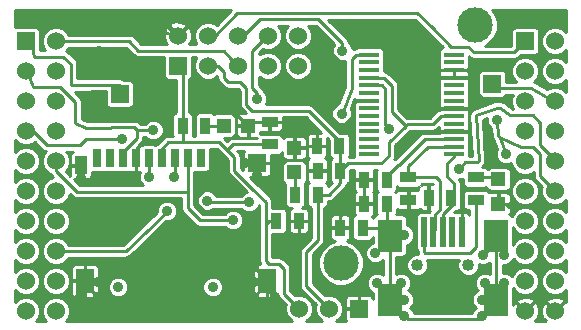
<source format=gtl>
G04 (created by PCBNEW (2013-07-07 BZR 4022)-stable) date 05/03/2014 08:07:49*
%MOIN*%
G04 Gerber Fmt 3.4, Leading zero omitted, Abs format*
%FSLAX34Y34*%
G01*
G70*
G90*
G04 APERTURE LIST*
%ADD10C,0.00590551*%
%ADD11R,0.035X0.055*%
%ADD12R,0.055X0.035*%
%ADD13R,0.065X0.016*%
%ADD14R,0.06X0.06*%
%ADD15C,0.06*%
%ADD16C,0.11811*%
%ADD17R,0.0472X0.0472*%
%ADD18R,0.02X0.1*%
%ADD19R,0.0787402X0.11*%
%ADD20C,0.04*%
%ADD21R,0.03X0.06*%
%ADD22R,0.04X0.06*%
%ADD23R,0.06X0.08*%
%ADD24C,0.035*%
%ADD25C,0.01*%
%ADD26C,0.00984252*%
G04 APERTURE END LIST*
G54D10*
G54D11*
X81275Y-66400D03*
X82025Y-66400D03*
G54D12*
X82750Y-66275D03*
X82750Y-65525D03*
G54D11*
X83425Y-66200D03*
X84175Y-66200D03*
X80475Y-65300D03*
X79725Y-65300D03*
X79700Y-64475D03*
X80450Y-64475D03*
X81275Y-65600D03*
X82025Y-65600D03*
X81225Y-67200D03*
X80475Y-67200D03*
G54D12*
X85000Y-66275D03*
X85000Y-65525D03*
G54D11*
X78975Y-66100D03*
X79725Y-66100D03*
G54D13*
X81433Y-62972D03*
X81433Y-63228D03*
X81433Y-63484D03*
X81433Y-63740D03*
X84267Y-62204D03*
X81433Y-62204D03*
X81433Y-62460D03*
X81433Y-62716D03*
X84267Y-63996D03*
X84267Y-63740D03*
X84267Y-63484D03*
X84267Y-63228D03*
X84267Y-62972D03*
X84267Y-62716D03*
X81433Y-63996D03*
X84267Y-62460D03*
X84267Y-61948D03*
X84267Y-61693D03*
X84267Y-61437D03*
X81433Y-61437D03*
X81433Y-61693D03*
X81433Y-61948D03*
X81433Y-64252D03*
X81433Y-64507D03*
X81433Y-64763D03*
X84267Y-64763D03*
X84267Y-64507D03*
X84267Y-64252D03*
G54D11*
X75225Y-63800D03*
X75975Y-63800D03*
G54D14*
X81100Y-69900D03*
G54D15*
X80100Y-69900D03*
X79100Y-69900D03*
G54D14*
X85550Y-62400D03*
X73120Y-62740D03*
G54D11*
X79100Y-66975D03*
X78350Y-66975D03*
G54D12*
X78125Y-64425D03*
X78125Y-63675D03*
G54D16*
X80500Y-68375D03*
X84975Y-60450D03*
G54D17*
X85750Y-65587D03*
X85750Y-66413D03*
X78950Y-65363D03*
X78950Y-64537D03*
X76587Y-63800D03*
X77413Y-63800D03*
G54D18*
X83270Y-67350D03*
X83585Y-67350D03*
X83900Y-67350D03*
X84214Y-67350D03*
X84529Y-67350D03*
G54D19*
X82128Y-69631D03*
X85671Y-69631D03*
X82128Y-67465D03*
X85671Y-67465D03*
G54D20*
X83050Y-68450D03*
X84750Y-68450D03*
G54D21*
X75832Y-64890D03*
X75399Y-64890D03*
X74966Y-64890D03*
X74533Y-64890D03*
X74100Y-64890D03*
X73666Y-64890D03*
X73233Y-64890D03*
X72800Y-64890D03*
X72367Y-64890D03*
G54D22*
X71837Y-65126D03*
G54D23*
X71974Y-68973D03*
X78037Y-68973D03*
G54D14*
X77714Y-65044D03*
G54D24*
X73076Y-69181D03*
X76225Y-69181D03*
G54D14*
X75060Y-61800D03*
G54D15*
X75060Y-60800D03*
X76060Y-61800D03*
X76060Y-60800D03*
X77060Y-61800D03*
X77060Y-60800D03*
X78060Y-61800D03*
X78060Y-60800D03*
X79060Y-61800D03*
X79060Y-60800D03*
G54D14*
X70000Y-60984D03*
G54D15*
X71000Y-60984D03*
X70000Y-61984D03*
X71000Y-61984D03*
X70000Y-62984D03*
X71000Y-62984D03*
X70000Y-63984D03*
X71000Y-63984D03*
X70000Y-64984D03*
X71000Y-64984D03*
X70000Y-65984D03*
X71000Y-65984D03*
X70000Y-66984D03*
X71000Y-66984D03*
X70000Y-67984D03*
X71000Y-67984D03*
X70000Y-68984D03*
X71000Y-68984D03*
X70000Y-69984D03*
X71000Y-69984D03*
G54D14*
X86650Y-60984D03*
G54D15*
X87650Y-60984D03*
X86650Y-61984D03*
X87650Y-61984D03*
X86650Y-62984D03*
X87650Y-62984D03*
X86650Y-63984D03*
X87650Y-63984D03*
X86650Y-64984D03*
X87650Y-64984D03*
X86650Y-65984D03*
X87650Y-65984D03*
X86650Y-66984D03*
X87650Y-66984D03*
X86650Y-67984D03*
X87650Y-67984D03*
X86650Y-68984D03*
X87650Y-68984D03*
X86650Y-69984D03*
X87650Y-69984D03*
G54D24*
X73200Y-64250D03*
X80550Y-61300D03*
X85700Y-63600D03*
X86000Y-64750D03*
X76900Y-66950D03*
X74250Y-63950D03*
X77700Y-62900D03*
X74950Y-65500D03*
X74100Y-65500D03*
X80520Y-63400D03*
X74700Y-66650D03*
X82100Y-63900D03*
X84425Y-65250D03*
X76050Y-66300D03*
X77450Y-66350D03*
X82480Y-64620D03*
X80720Y-63860D03*
X72400Y-69500D03*
X77600Y-69500D03*
X77600Y-68500D03*
X71850Y-65550D03*
X77300Y-65050D03*
X77700Y-65450D03*
X71800Y-69500D03*
X72400Y-69000D03*
X77600Y-69000D03*
X78300Y-69500D03*
X83880Y-69880D03*
X87150Y-66500D03*
X74675Y-62975D03*
X77100Y-68200D03*
X78400Y-67600D03*
X72500Y-60550D03*
X72450Y-61300D03*
X76150Y-62975D03*
X85200Y-70150D03*
X85200Y-69600D03*
X81700Y-69050D03*
X82500Y-69050D03*
X82600Y-69600D03*
X82600Y-70150D03*
X82600Y-67450D03*
X85250Y-68100D03*
X85950Y-69050D03*
X85300Y-69050D03*
X85950Y-68100D03*
X81650Y-68050D03*
G54D25*
X78000Y-67900D02*
X78000Y-68300D01*
X78000Y-67075D02*
X78000Y-67900D01*
X78600Y-69400D02*
X79100Y-69900D01*
X78600Y-68575D02*
X78600Y-69400D01*
X78425Y-68400D02*
X78600Y-68575D01*
X78100Y-68400D02*
X78425Y-68400D01*
X78000Y-68300D02*
X78100Y-68400D01*
X78125Y-64425D02*
X76900Y-64425D01*
X76900Y-64425D02*
X76712Y-64612D01*
X78350Y-66975D02*
X78100Y-66975D01*
X78100Y-66975D02*
X78000Y-67075D01*
X75225Y-63800D02*
X75225Y-61975D01*
X75225Y-61975D02*
X75050Y-61800D01*
X75225Y-63800D02*
X75225Y-64350D01*
X75225Y-64350D02*
X75250Y-64350D01*
X75025Y-64350D02*
X74750Y-64350D01*
X75050Y-64350D02*
X75250Y-64350D01*
X75025Y-64350D02*
X75050Y-64350D01*
X74750Y-64350D02*
X74533Y-64566D01*
X74533Y-64566D02*
X74533Y-64900D01*
X76950Y-64850D02*
X76950Y-65300D01*
X76950Y-65300D02*
X77550Y-65900D01*
X77550Y-65900D02*
X78000Y-66350D01*
X78000Y-66350D02*
X78000Y-67075D01*
X75250Y-64350D02*
X76450Y-64350D01*
X76450Y-64350D02*
X76712Y-64612D01*
X76712Y-64612D02*
X76950Y-64850D01*
X81433Y-62204D02*
X81924Y-62204D01*
X82200Y-63340D02*
X82660Y-63800D01*
X82200Y-62480D02*
X82200Y-63340D01*
X81924Y-62204D02*
X82200Y-62480D01*
X82100Y-64800D02*
X82100Y-64360D01*
X82100Y-64800D02*
X81850Y-65050D01*
X81850Y-65050D02*
X80725Y-65050D01*
X80475Y-65300D02*
X80725Y-65050D01*
X83836Y-63484D02*
X84267Y-63484D01*
X83560Y-63760D02*
X83836Y-63484D01*
X82700Y-63760D02*
X83560Y-63760D01*
X82100Y-64360D02*
X82660Y-63800D01*
X82660Y-63800D02*
X82700Y-63760D01*
X78200Y-63300D02*
X79420Y-63300D01*
X76400Y-61800D02*
X76600Y-62000D01*
X76600Y-62000D02*
X76600Y-62200D01*
X76600Y-62200D02*
X76750Y-62350D01*
X76750Y-62350D02*
X77150Y-62350D01*
X77150Y-62350D02*
X77350Y-62550D01*
X77350Y-62550D02*
X77350Y-63100D01*
X77350Y-63100D02*
X77550Y-63300D01*
X77550Y-63300D02*
X77850Y-63300D01*
X78200Y-63300D02*
X78000Y-63300D01*
X78000Y-63300D02*
X77850Y-63300D01*
X76050Y-61800D02*
X76400Y-61800D01*
X80450Y-64330D02*
X80450Y-64475D01*
X79420Y-63300D02*
X80450Y-64330D01*
X79725Y-66100D02*
X79725Y-67625D01*
X79350Y-69150D02*
X80100Y-69900D01*
X79350Y-68000D02*
X79350Y-69150D01*
X79725Y-67625D02*
X79350Y-68000D01*
X80475Y-65300D02*
X80475Y-64500D01*
X80475Y-64500D02*
X80450Y-64475D01*
X79725Y-66100D02*
X80100Y-66100D01*
X80475Y-65725D02*
X80475Y-65300D01*
X80100Y-66100D02*
X80475Y-65725D01*
X70000Y-60984D02*
X70184Y-60984D01*
X73120Y-62440D02*
X73120Y-62740D01*
X71500Y-62450D02*
X73120Y-62440D01*
X71500Y-61750D02*
X71500Y-62450D01*
X71250Y-61500D02*
X71500Y-61750D01*
X70275Y-61500D02*
X71250Y-61500D01*
X70184Y-60984D02*
X70275Y-61500D01*
X83050Y-60050D02*
X83525Y-60525D01*
X83525Y-60525D02*
X84175Y-61175D01*
X84175Y-61175D02*
X84750Y-61175D01*
X84750Y-61175D02*
X84925Y-61350D01*
X84925Y-61350D02*
X86284Y-61350D01*
X86284Y-61350D02*
X86650Y-60984D01*
X76300Y-60800D02*
X77050Y-60050D01*
X77050Y-60050D02*
X83050Y-60050D01*
X76050Y-60800D02*
X76300Y-60800D01*
X76300Y-60850D02*
X76050Y-60850D01*
X71000Y-60984D02*
X73434Y-60984D01*
X76600Y-61300D02*
X77050Y-61800D01*
X73750Y-61300D02*
X76600Y-61300D01*
X73434Y-60984D02*
X73750Y-61300D01*
X70234Y-63984D02*
X70700Y-64450D01*
X70700Y-64450D02*
X71800Y-64450D01*
X71800Y-64450D02*
X72000Y-64250D01*
X70000Y-63984D02*
X70234Y-63984D01*
X72000Y-64250D02*
X73200Y-64250D01*
X79300Y-60250D02*
X79750Y-60250D01*
X77250Y-60800D02*
X77800Y-60250D01*
X77800Y-60250D02*
X79300Y-60250D01*
X77050Y-60800D02*
X77250Y-60800D01*
X80550Y-61050D02*
X80550Y-61300D01*
X79750Y-60250D02*
X80550Y-61050D01*
X80451Y-61300D02*
X80550Y-61300D01*
X85700Y-63600D02*
X85750Y-64150D01*
X86000Y-64750D02*
X85800Y-64200D01*
X85775Y-64175D02*
X86500Y-64500D01*
X86900Y-64500D02*
X87150Y-64750D01*
X87150Y-64750D02*
X87150Y-65484D01*
X87150Y-65484D02*
X87650Y-65984D01*
X86500Y-64500D02*
X86900Y-64500D01*
X75399Y-65999D02*
X75399Y-66549D01*
X75800Y-66950D02*
X76900Y-66950D01*
X75399Y-66549D02*
X75800Y-66950D01*
X71000Y-64984D02*
X71000Y-65300D01*
X71699Y-65999D02*
X75399Y-65999D01*
X75399Y-64900D02*
X75399Y-65999D01*
X71000Y-65300D02*
X71699Y-65999D01*
X84267Y-64763D02*
X84267Y-64833D01*
X84275Y-65725D02*
X84275Y-66200D01*
X84050Y-65500D02*
X84275Y-65725D01*
X84050Y-65050D02*
X84050Y-65500D01*
X84267Y-64833D02*
X84050Y-65050D01*
X84275Y-66200D02*
X84275Y-66379D01*
X83900Y-66754D02*
X83900Y-67350D01*
X84275Y-66379D02*
X83900Y-66754D01*
X82750Y-65525D02*
X83675Y-65525D01*
X83650Y-67285D02*
X83585Y-67350D01*
X83650Y-66750D02*
X83650Y-67285D01*
X83800Y-66600D02*
X83650Y-66750D01*
X83800Y-65650D02*
X83800Y-66600D01*
X83675Y-65525D02*
X83800Y-65650D01*
X82750Y-65525D02*
X82750Y-65150D01*
X83393Y-64507D02*
X84267Y-64507D01*
X82750Y-65150D02*
X83393Y-64507D01*
X73800Y-63950D02*
X73700Y-63950D01*
X74250Y-63950D02*
X73800Y-63950D01*
X71650Y-63000D02*
X71650Y-63719D01*
X71150Y-62500D02*
X71650Y-63000D01*
X70225Y-62500D02*
X71150Y-62500D01*
X70034Y-61984D02*
X70225Y-62500D01*
X73600Y-63850D02*
X73700Y-63950D01*
X72950Y-63850D02*
X73600Y-63850D01*
X72730Y-63869D02*
X72950Y-63850D01*
X72000Y-63869D02*
X72730Y-63869D01*
X71650Y-63719D02*
X72000Y-63869D01*
X73233Y-64900D02*
X73233Y-64666D01*
X73700Y-64200D02*
X73700Y-63950D01*
X73233Y-64666D02*
X73700Y-64200D01*
X77700Y-62900D02*
X77700Y-62700D01*
X77550Y-61300D02*
X78050Y-60800D01*
X77550Y-62550D02*
X77550Y-61300D01*
X77700Y-62700D02*
X77550Y-62550D01*
X74966Y-65262D02*
X74950Y-65500D01*
X74966Y-65200D02*
X74966Y-65262D01*
X74966Y-65150D02*
X74966Y-65200D01*
X74966Y-64900D02*
X74966Y-65150D01*
X74100Y-64900D02*
X74100Y-65150D01*
X74100Y-65150D02*
X74100Y-65200D01*
X74100Y-65200D02*
X74100Y-65262D01*
X74100Y-65262D02*
X74100Y-65500D01*
X81433Y-61437D02*
X81003Y-61437D01*
X80860Y-62540D02*
X80520Y-63400D01*
X80860Y-61580D02*
X80860Y-62540D01*
X81003Y-61437D02*
X80860Y-61580D01*
X71000Y-67984D02*
X73334Y-67984D01*
X73334Y-67984D02*
X74700Y-66668D01*
X81433Y-62460D02*
X81860Y-62460D01*
X81980Y-63780D02*
X82100Y-63900D01*
X81980Y-62580D02*
X81980Y-63780D01*
X81860Y-62460D02*
X81980Y-62580D01*
X85000Y-63450D02*
X85100Y-64975D01*
X85100Y-64975D02*
X85050Y-65025D01*
X85050Y-65025D02*
X84650Y-65025D01*
X84650Y-65025D02*
X84425Y-65250D01*
X77450Y-66350D02*
X76100Y-66350D01*
X85800Y-63200D02*
X86150Y-63450D01*
X86150Y-63450D02*
X86900Y-63450D01*
X85700Y-63200D02*
X85000Y-63450D01*
X87150Y-63700D02*
X86900Y-63450D01*
X87150Y-64450D02*
X87150Y-63700D01*
X87650Y-64950D02*
X87150Y-64450D01*
X85700Y-63200D02*
X85800Y-63200D01*
X84267Y-63996D02*
X83104Y-63996D01*
X83104Y-63996D02*
X82480Y-64620D01*
X81433Y-62972D02*
X81008Y-62972D01*
X80900Y-63680D02*
X80720Y-63860D01*
X80900Y-63080D02*
X80900Y-63680D01*
X81008Y-62972D02*
X80900Y-63080D01*
X71974Y-68983D02*
X71974Y-69074D01*
X71974Y-69074D02*
X72400Y-69500D01*
X78037Y-68983D02*
X78037Y-69062D01*
X78037Y-69062D02*
X77600Y-69500D01*
X78037Y-68983D02*
X78037Y-68937D01*
X78037Y-68937D02*
X77600Y-68500D01*
X71837Y-65136D02*
X71837Y-65537D01*
X71837Y-65537D02*
X71850Y-65550D01*
X77714Y-65054D02*
X77304Y-65054D01*
X77304Y-65054D02*
X77300Y-65050D01*
X77714Y-65054D02*
X77714Y-65435D01*
X77714Y-65435D02*
X77700Y-65450D01*
X71974Y-68983D02*
X71974Y-69325D01*
X71974Y-69325D02*
X71800Y-69500D01*
X71974Y-68983D02*
X72383Y-68983D01*
X72383Y-68983D02*
X72400Y-69000D01*
X78037Y-68983D02*
X77616Y-68983D01*
X77616Y-68983D02*
X77600Y-69000D01*
X78037Y-68983D02*
X78037Y-69237D01*
X78037Y-69237D02*
X78300Y-69500D01*
X73666Y-64900D02*
X73666Y-64583D01*
X73666Y-64583D02*
X73850Y-64400D01*
X85750Y-66413D02*
X86013Y-66413D01*
X86100Y-66500D02*
X87150Y-66500D01*
X86013Y-66413D02*
X86100Y-66500D01*
X74700Y-62980D02*
X74700Y-62980D01*
X78125Y-63675D02*
X77538Y-63675D01*
X77538Y-63675D02*
X77413Y-63800D01*
X78400Y-67600D02*
X79050Y-67600D01*
X77100Y-68150D02*
X77100Y-68200D01*
X79100Y-67550D02*
X79100Y-66975D01*
X79050Y-67600D02*
X79100Y-67550D01*
X72650Y-61500D02*
X72450Y-61300D01*
X74700Y-62980D02*
X73640Y-62160D01*
X75050Y-60800D02*
X74050Y-60500D01*
X72550Y-60500D02*
X74050Y-60500D01*
X72500Y-60550D02*
X72550Y-60500D01*
X73640Y-62160D02*
X72650Y-61500D01*
X76813Y-63200D02*
X77413Y-63800D01*
X76150Y-62975D02*
X76375Y-63200D01*
X76375Y-63200D02*
X76813Y-63200D01*
X85000Y-66275D02*
X85000Y-67850D01*
X83270Y-68020D02*
X83270Y-67350D01*
X83300Y-68050D02*
X83270Y-68020D01*
X84800Y-68050D02*
X83300Y-68050D01*
X85000Y-67850D02*
X84800Y-68050D01*
X85671Y-67465D02*
X85671Y-69631D01*
X85671Y-69631D02*
X85400Y-69902D01*
X82747Y-70250D02*
X82128Y-69631D01*
X85100Y-70250D02*
X82747Y-70250D01*
X85400Y-69950D02*
X85100Y-70250D01*
X85400Y-69902D02*
X85400Y-69950D01*
X82128Y-69631D02*
X82128Y-67465D01*
X85671Y-69631D02*
X85671Y-69678D01*
X85671Y-69678D02*
X85200Y-70150D01*
X85671Y-69631D02*
X85231Y-69631D01*
X85231Y-69631D02*
X85200Y-69600D01*
X82128Y-69631D02*
X82128Y-69478D01*
X82128Y-69478D02*
X81700Y-69050D01*
X82128Y-69631D02*
X82128Y-69421D01*
X82128Y-69421D02*
X82500Y-69050D01*
X82128Y-69631D02*
X82568Y-69631D01*
X82568Y-69631D02*
X82600Y-69600D01*
X82128Y-69631D02*
X82128Y-69678D01*
X82128Y-69678D02*
X82600Y-70150D01*
X82128Y-67465D02*
X82584Y-67465D01*
X82584Y-67465D02*
X82600Y-67450D01*
X85671Y-67465D02*
X85671Y-67678D01*
X85671Y-67678D02*
X85250Y-68100D01*
X85671Y-69631D02*
X85671Y-69328D01*
X85671Y-69328D02*
X85950Y-69050D01*
X85671Y-69631D02*
X85671Y-69421D01*
X85671Y-69421D02*
X85300Y-69050D01*
X85671Y-67465D02*
X85671Y-67821D01*
X85671Y-67821D02*
X85950Y-68100D01*
X82128Y-67465D02*
X82128Y-67571D01*
X82128Y-67571D02*
X81650Y-68050D01*
X81225Y-67200D02*
X81862Y-67200D01*
X81862Y-67200D02*
X82128Y-67465D01*
X82025Y-66350D02*
X82025Y-67362D01*
X82025Y-67362D02*
X82128Y-67465D01*
X85688Y-65525D02*
X85750Y-65587D01*
X85000Y-65525D02*
X85688Y-65525D01*
X76587Y-63800D02*
X75975Y-63800D01*
X78975Y-66100D02*
X78975Y-65388D01*
X78975Y-65388D02*
X78950Y-65363D01*
X85550Y-62400D02*
X85700Y-62550D01*
X85700Y-62550D02*
X86850Y-62550D01*
X86850Y-62550D02*
X87650Y-63000D01*
X82450Y-65100D02*
X82400Y-65100D01*
X83298Y-64252D02*
X82450Y-65100D01*
X84267Y-64252D02*
X83298Y-64252D01*
X82025Y-65475D02*
X82025Y-65600D01*
X82400Y-65100D02*
X82025Y-65475D01*
G54D10*
G36*
X73897Y-65781D02*
X71789Y-65781D01*
X71598Y-65591D01*
X71604Y-65593D01*
X71670Y-65593D01*
X71786Y-65593D01*
X71827Y-65551D01*
X71827Y-65136D01*
X71512Y-65136D01*
X71470Y-65177D01*
X71470Y-65459D01*
X71473Y-65465D01*
X71326Y-65318D01*
X71395Y-65249D01*
X71467Y-65077D01*
X71467Y-64891D01*
X71396Y-64719D01*
X71344Y-64667D01*
X71584Y-64667D01*
X71542Y-64684D01*
X71495Y-64731D01*
X71470Y-64793D01*
X71470Y-65074D01*
X71512Y-65116D01*
X71827Y-65116D01*
X71827Y-65108D01*
X71847Y-65108D01*
X71847Y-65116D01*
X71855Y-65116D01*
X71855Y-65136D01*
X71847Y-65136D01*
X71847Y-65551D01*
X71889Y-65593D01*
X72004Y-65593D01*
X72071Y-65593D01*
X72132Y-65567D01*
X72179Y-65520D01*
X72205Y-65459D01*
X72205Y-65357D01*
X72250Y-65357D01*
X72550Y-65357D01*
X72584Y-65343D01*
X72617Y-65357D01*
X72683Y-65357D01*
X72983Y-65357D01*
X73017Y-65343D01*
X73050Y-65357D01*
X73116Y-65357D01*
X73416Y-65357D01*
X73450Y-65343D01*
X73483Y-65357D01*
X73550Y-65357D01*
X73615Y-65357D01*
X73657Y-65315D01*
X73657Y-64899D01*
X73649Y-64899D01*
X73649Y-64880D01*
X73657Y-64880D01*
X73657Y-64872D01*
X73676Y-64872D01*
X73676Y-64880D01*
X73684Y-64880D01*
X73684Y-64899D01*
X73676Y-64899D01*
X73676Y-65315D01*
X73718Y-65357D01*
X73783Y-65357D01*
X73788Y-65357D01*
X73757Y-65431D01*
X73757Y-65567D01*
X73809Y-65693D01*
X73897Y-65781D01*
X73897Y-65781D01*
G37*
G54D26*
X73897Y-65781D02*
X71789Y-65781D01*
X71598Y-65591D01*
X71604Y-65593D01*
X71670Y-65593D01*
X71786Y-65593D01*
X71827Y-65551D01*
X71827Y-65136D01*
X71512Y-65136D01*
X71470Y-65177D01*
X71470Y-65459D01*
X71473Y-65465D01*
X71326Y-65318D01*
X71395Y-65249D01*
X71467Y-65077D01*
X71467Y-64891D01*
X71396Y-64719D01*
X71344Y-64667D01*
X71584Y-64667D01*
X71542Y-64684D01*
X71495Y-64731D01*
X71470Y-64793D01*
X71470Y-65074D01*
X71512Y-65116D01*
X71827Y-65116D01*
X71827Y-65108D01*
X71847Y-65108D01*
X71847Y-65116D01*
X71855Y-65116D01*
X71855Y-65136D01*
X71847Y-65136D01*
X71847Y-65551D01*
X71889Y-65593D01*
X72004Y-65593D01*
X72071Y-65593D01*
X72132Y-65567D01*
X72179Y-65520D01*
X72205Y-65459D01*
X72205Y-65357D01*
X72250Y-65357D01*
X72550Y-65357D01*
X72584Y-65343D01*
X72617Y-65357D01*
X72683Y-65357D01*
X72983Y-65357D01*
X73017Y-65343D01*
X73050Y-65357D01*
X73116Y-65357D01*
X73416Y-65357D01*
X73450Y-65343D01*
X73483Y-65357D01*
X73550Y-65357D01*
X73615Y-65357D01*
X73657Y-65315D01*
X73657Y-64899D01*
X73649Y-64899D01*
X73649Y-64880D01*
X73657Y-64880D01*
X73657Y-64872D01*
X73676Y-64872D01*
X73676Y-64880D01*
X73684Y-64880D01*
X73684Y-64899D01*
X73676Y-64899D01*
X73676Y-65315D01*
X73718Y-65357D01*
X73783Y-65357D01*
X73788Y-65357D01*
X73757Y-65431D01*
X73757Y-65567D01*
X73809Y-65693D01*
X73897Y-65781D01*
G54D10*
G36*
X75007Y-63361D02*
X74955Y-63383D01*
X74908Y-63430D01*
X74882Y-63491D01*
X74882Y-63558D01*
X74882Y-64108D01*
X74892Y-64132D01*
X74750Y-64132D01*
X74666Y-64149D01*
X74596Y-64196D01*
X74596Y-64196D01*
X74379Y-64413D01*
X74373Y-64422D01*
X74349Y-64422D01*
X74316Y-64436D01*
X74283Y-64422D01*
X74216Y-64422D01*
X73916Y-64422D01*
X73883Y-64436D01*
X73850Y-64422D01*
X73784Y-64422D01*
X73853Y-64353D01*
X73853Y-64353D01*
X73853Y-64353D01*
X73900Y-64283D01*
X73900Y-64283D01*
X73917Y-64200D01*
X73917Y-64200D01*
X73917Y-64167D01*
X73983Y-64167D01*
X74055Y-64240D01*
X74181Y-64292D01*
X74317Y-64292D01*
X74443Y-64240D01*
X74540Y-64144D01*
X74592Y-64018D01*
X74592Y-63882D01*
X74540Y-63756D01*
X74444Y-63659D01*
X74318Y-63607D01*
X74182Y-63607D01*
X74056Y-63659D01*
X73983Y-63732D01*
X73800Y-63732D01*
X73790Y-63732D01*
X73753Y-63696D01*
X73683Y-63649D01*
X73600Y-63632D01*
X72950Y-63632D01*
X72940Y-63634D01*
X72930Y-63633D01*
X72720Y-63652D01*
X72044Y-63652D01*
X71867Y-63576D01*
X71867Y-63000D01*
X71850Y-62916D01*
X71850Y-62916D01*
X71803Y-62846D01*
X71623Y-62666D01*
X72652Y-62659D01*
X72652Y-63073D01*
X72678Y-63134D01*
X72725Y-63181D01*
X72786Y-63207D01*
X72853Y-63207D01*
X73453Y-63207D01*
X73514Y-63181D01*
X73561Y-63134D01*
X73587Y-63073D01*
X73587Y-63006D01*
X73587Y-62406D01*
X73561Y-62345D01*
X73514Y-62298D01*
X73453Y-62272D01*
X73386Y-62272D01*
X73255Y-62272D01*
X73201Y-62237D01*
X73118Y-62221D01*
X71717Y-62231D01*
X71717Y-61750D01*
X71700Y-61666D01*
X71700Y-61666D01*
X71653Y-61596D01*
X71403Y-61346D01*
X71340Y-61304D01*
X71340Y-61304D01*
X71395Y-61249D01*
X71415Y-61201D01*
X73343Y-61201D01*
X73596Y-61453D01*
X73666Y-61500D01*
X73666Y-61500D01*
X73750Y-61517D01*
X74592Y-61517D01*
X74592Y-61533D01*
X74592Y-62133D01*
X74618Y-62194D01*
X74665Y-62241D01*
X74726Y-62267D01*
X74793Y-62267D01*
X75007Y-62267D01*
X75007Y-63361D01*
X75007Y-63361D01*
G37*
G54D26*
X75007Y-63361D02*
X74955Y-63383D01*
X74908Y-63430D01*
X74882Y-63491D01*
X74882Y-63558D01*
X74882Y-64108D01*
X74892Y-64132D01*
X74750Y-64132D01*
X74666Y-64149D01*
X74596Y-64196D01*
X74596Y-64196D01*
X74379Y-64413D01*
X74373Y-64422D01*
X74349Y-64422D01*
X74316Y-64436D01*
X74283Y-64422D01*
X74216Y-64422D01*
X73916Y-64422D01*
X73883Y-64436D01*
X73850Y-64422D01*
X73784Y-64422D01*
X73853Y-64353D01*
X73853Y-64353D01*
X73853Y-64353D01*
X73900Y-64283D01*
X73900Y-64283D01*
X73917Y-64200D01*
X73917Y-64200D01*
X73917Y-64167D01*
X73983Y-64167D01*
X74055Y-64240D01*
X74181Y-64292D01*
X74317Y-64292D01*
X74443Y-64240D01*
X74540Y-64144D01*
X74592Y-64018D01*
X74592Y-63882D01*
X74540Y-63756D01*
X74444Y-63659D01*
X74318Y-63607D01*
X74182Y-63607D01*
X74056Y-63659D01*
X73983Y-63732D01*
X73800Y-63732D01*
X73790Y-63732D01*
X73753Y-63696D01*
X73683Y-63649D01*
X73600Y-63632D01*
X72950Y-63632D01*
X72940Y-63634D01*
X72930Y-63633D01*
X72720Y-63652D01*
X72044Y-63652D01*
X71867Y-63576D01*
X71867Y-63000D01*
X71850Y-62916D01*
X71850Y-62916D01*
X71803Y-62846D01*
X71623Y-62666D01*
X72652Y-62659D01*
X72652Y-63073D01*
X72678Y-63134D01*
X72725Y-63181D01*
X72786Y-63207D01*
X72853Y-63207D01*
X73453Y-63207D01*
X73514Y-63181D01*
X73561Y-63134D01*
X73587Y-63073D01*
X73587Y-63006D01*
X73587Y-62406D01*
X73561Y-62345D01*
X73514Y-62298D01*
X73453Y-62272D01*
X73386Y-62272D01*
X73255Y-62272D01*
X73201Y-62237D01*
X73118Y-62221D01*
X71717Y-62231D01*
X71717Y-61750D01*
X71700Y-61666D01*
X71700Y-61666D01*
X71653Y-61596D01*
X71403Y-61346D01*
X71340Y-61304D01*
X71340Y-61304D01*
X71395Y-61249D01*
X71415Y-61201D01*
X73343Y-61201D01*
X73596Y-61453D01*
X73666Y-61500D01*
X73666Y-61500D01*
X73750Y-61517D01*
X74592Y-61517D01*
X74592Y-61533D01*
X74592Y-62133D01*
X74618Y-62194D01*
X74665Y-62241D01*
X74726Y-62267D01*
X74793Y-62267D01*
X75007Y-62267D01*
X75007Y-63361D01*
G54D10*
G36*
X76845Y-59946D02*
X76356Y-60435D01*
X76325Y-60404D01*
X76153Y-60332D01*
X75967Y-60332D01*
X75795Y-60403D01*
X75664Y-60534D01*
X75592Y-60706D01*
X75592Y-60892D01*
X75663Y-61064D01*
X75681Y-61082D01*
X75422Y-61082D01*
X75451Y-61072D01*
X75525Y-60901D01*
X75528Y-60715D01*
X75461Y-60542D01*
X75451Y-60527D01*
X75374Y-60499D01*
X75360Y-60513D01*
X75360Y-60485D01*
X75332Y-60408D01*
X75161Y-60334D01*
X74975Y-60331D01*
X74802Y-60398D01*
X74787Y-60408D01*
X74759Y-60485D01*
X75060Y-60786D01*
X75360Y-60485D01*
X75360Y-60513D01*
X75073Y-60800D01*
X75079Y-60805D01*
X75065Y-60819D01*
X75060Y-60813D01*
X75054Y-60819D01*
X75040Y-60805D01*
X75046Y-60800D01*
X74745Y-60499D01*
X74668Y-60527D01*
X74594Y-60698D01*
X74591Y-60884D01*
X74658Y-61057D01*
X74668Y-61072D01*
X74697Y-61082D01*
X73840Y-61082D01*
X73587Y-60830D01*
X73517Y-60783D01*
X73434Y-60766D01*
X71415Y-60766D01*
X71396Y-60719D01*
X71265Y-60588D01*
X71093Y-60516D01*
X70907Y-60516D01*
X70735Y-60587D01*
X70604Y-60718D01*
X70532Y-60890D01*
X70532Y-61076D01*
X70603Y-61248D01*
X70637Y-61282D01*
X70467Y-61282D01*
X70467Y-61250D01*
X70467Y-60650D01*
X70441Y-60589D01*
X70394Y-60542D01*
X70333Y-60516D01*
X70266Y-60516D01*
X69666Y-60516D01*
X69646Y-60524D01*
X69646Y-59946D01*
X76845Y-59946D01*
X76845Y-59946D01*
G37*
G54D26*
X76845Y-59946D02*
X76356Y-60435D01*
X76325Y-60404D01*
X76153Y-60332D01*
X75967Y-60332D01*
X75795Y-60403D01*
X75664Y-60534D01*
X75592Y-60706D01*
X75592Y-60892D01*
X75663Y-61064D01*
X75681Y-61082D01*
X75422Y-61082D01*
X75451Y-61072D01*
X75525Y-60901D01*
X75528Y-60715D01*
X75461Y-60542D01*
X75451Y-60527D01*
X75374Y-60499D01*
X75360Y-60513D01*
X75360Y-60485D01*
X75332Y-60408D01*
X75161Y-60334D01*
X74975Y-60331D01*
X74802Y-60398D01*
X74787Y-60408D01*
X74759Y-60485D01*
X75060Y-60786D01*
X75360Y-60485D01*
X75360Y-60513D01*
X75073Y-60800D01*
X75079Y-60805D01*
X75065Y-60819D01*
X75060Y-60813D01*
X75054Y-60819D01*
X75040Y-60805D01*
X75046Y-60800D01*
X74745Y-60499D01*
X74668Y-60527D01*
X74594Y-60698D01*
X74591Y-60884D01*
X74658Y-61057D01*
X74668Y-61072D01*
X74697Y-61082D01*
X73840Y-61082D01*
X73587Y-60830D01*
X73517Y-60783D01*
X73434Y-60766D01*
X71415Y-60766D01*
X71396Y-60719D01*
X71265Y-60588D01*
X71093Y-60516D01*
X70907Y-60516D01*
X70735Y-60587D01*
X70604Y-60718D01*
X70532Y-60890D01*
X70532Y-61076D01*
X70603Y-61248D01*
X70637Y-61282D01*
X70467Y-61282D01*
X70467Y-61250D01*
X70467Y-60650D01*
X70441Y-60589D01*
X70394Y-60542D01*
X70333Y-60516D01*
X70266Y-60516D01*
X69666Y-60516D01*
X69646Y-60524D01*
X69646Y-59946D01*
X76845Y-59946D01*
G54D10*
G36*
X77689Y-64200D02*
X77686Y-64207D01*
X77403Y-64207D01*
X77403Y-64161D01*
X77403Y-63809D01*
X77051Y-63809D01*
X77009Y-63851D01*
X77009Y-64002D01*
X77009Y-64069D01*
X77035Y-64130D01*
X77082Y-64177D01*
X77143Y-64203D01*
X77361Y-64203D01*
X77403Y-64161D01*
X77403Y-64207D01*
X76900Y-64207D01*
X76816Y-64224D01*
X76746Y-64271D01*
X76712Y-64305D01*
X76610Y-64203D01*
X76856Y-64203D01*
X76917Y-64177D01*
X76964Y-64130D01*
X76990Y-64069D01*
X76990Y-64002D01*
X76990Y-63530D01*
X76964Y-63469D01*
X76917Y-63422D01*
X76856Y-63396D01*
X76789Y-63396D01*
X76317Y-63396D01*
X76275Y-63414D01*
X76244Y-63383D01*
X76183Y-63357D01*
X76116Y-63357D01*
X75766Y-63357D01*
X75705Y-63383D01*
X75658Y-63430D01*
X75632Y-63491D01*
X75632Y-63558D01*
X75632Y-64108D01*
X75642Y-64132D01*
X75557Y-64132D01*
X75567Y-64108D01*
X75567Y-64041D01*
X75567Y-63491D01*
X75541Y-63430D01*
X75494Y-63383D01*
X75442Y-63361D01*
X75442Y-62247D01*
X75454Y-62241D01*
X75501Y-62194D01*
X75527Y-62133D01*
X75527Y-62066D01*
X75527Y-61517D01*
X75681Y-61517D01*
X75664Y-61534D01*
X75592Y-61706D01*
X75592Y-61892D01*
X75663Y-62064D01*
X75794Y-62195D01*
X75966Y-62267D01*
X76152Y-62267D01*
X76324Y-62196D01*
X76382Y-62138D01*
X76382Y-62200D01*
X76399Y-62283D01*
X76446Y-62353D01*
X76596Y-62503D01*
X76666Y-62550D01*
X76666Y-62550D01*
X76750Y-62567D01*
X77059Y-62567D01*
X77132Y-62640D01*
X77132Y-63100D01*
X77149Y-63183D01*
X77196Y-63253D01*
X77339Y-63396D01*
X77143Y-63396D01*
X77082Y-63422D01*
X77035Y-63469D01*
X77009Y-63530D01*
X77009Y-63597D01*
X77009Y-63748D01*
X77051Y-63790D01*
X77403Y-63790D01*
X77403Y-63782D01*
X77422Y-63782D01*
X77422Y-63790D01*
X77430Y-63790D01*
X77430Y-63809D01*
X77422Y-63809D01*
X77422Y-64161D01*
X77464Y-64203D01*
X77682Y-64203D01*
X77689Y-64200D01*
X77689Y-64200D01*
G37*
G54D26*
X77689Y-64200D02*
X77686Y-64207D01*
X77403Y-64207D01*
X77403Y-64161D01*
X77403Y-63809D01*
X77051Y-63809D01*
X77009Y-63851D01*
X77009Y-64002D01*
X77009Y-64069D01*
X77035Y-64130D01*
X77082Y-64177D01*
X77143Y-64203D01*
X77361Y-64203D01*
X77403Y-64161D01*
X77403Y-64207D01*
X76900Y-64207D01*
X76816Y-64224D01*
X76746Y-64271D01*
X76712Y-64305D01*
X76610Y-64203D01*
X76856Y-64203D01*
X76917Y-64177D01*
X76964Y-64130D01*
X76990Y-64069D01*
X76990Y-64002D01*
X76990Y-63530D01*
X76964Y-63469D01*
X76917Y-63422D01*
X76856Y-63396D01*
X76789Y-63396D01*
X76317Y-63396D01*
X76275Y-63414D01*
X76244Y-63383D01*
X76183Y-63357D01*
X76116Y-63357D01*
X75766Y-63357D01*
X75705Y-63383D01*
X75658Y-63430D01*
X75632Y-63491D01*
X75632Y-63558D01*
X75632Y-64108D01*
X75642Y-64132D01*
X75557Y-64132D01*
X75567Y-64108D01*
X75567Y-64041D01*
X75567Y-63491D01*
X75541Y-63430D01*
X75494Y-63383D01*
X75442Y-63361D01*
X75442Y-62247D01*
X75454Y-62241D01*
X75501Y-62194D01*
X75527Y-62133D01*
X75527Y-62066D01*
X75527Y-61517D01*
X75681Y-61517D01*
X75664Y-61534D01*
X75592Y-61706D01*
X75592Y-61892D01*
X75663Y-62064D01*
X75794Y-62195D01*
X75966Y-62267D01*
X76152Y-62267D01*
X76324Y-62196D01*
X76382Y-62138D01*
X76382Y-62200D01*
X76399Y-62283D01*
X76446Y-62353D01*
X76596Y-62503D01*
X76666Y-62550D01*
X76666Y-62550D01*
X76750Y-62567D01*
X77059Y-62567D01*
X77132Y-62640D01*
X77132Y-63100D01*
X77149Y-63183D01*
X77196Y-63253D01*
X77339Y-63396D01*
X77143Y-63396D01*
X77082Y-63422D01*
X77035Y-63469D01*
X77009Y-63530D01*
X77009Y-63597D01*
X77009Y-63748D01*
X77051Y-63790D01*
X77403Y-63790D01*
X77403Y-63782D01*
X77422Y-63782D01*
X77422Y-63790D01*
X77430Y-63790D01*
X77430Y-63809D01*
X77422Y-63809D01*
X77422Y-64161D01*
X77464Y-64203D01*
X77682Y-64203D01*
X77689Y-64200D01*
G54D10*
G36*
X78852Y-70303D02*
X78027Y-70303D01*
X78027Y-69499D01*
X78027Y-68983D01*
X77611Y-68983D01*
X77569Y-69025D01*
X77569Y-69406D01*
X77595Y-69468D01*
X77642Y-69515D01*
X77703Y-69541D01*
X77770Y-69541D01*
X77985Y-69541D01*
X78027Y-69499D01*
X78027Y-70303D01*
X76568Y-70303D01*
X76568Y-69113D01*
X76516Y-68987D01*
X76420Y-68891D01*
X76294Y-68839D01*
X76158Y-68838D01*
X76032Y-68890D01*
X75935Y-68987D01*
X75883Y-69112D01*
X75883Y-69249D01*
X75935Y-69374D01*
X76031Y-69471D01*
X76157Y-69523D01*
X76293Y-69523D01*
X76419Y-69471D01*
X76516Y-69375D01*
X76568Y-69249D01*
X76568Y-69113D01*
X76568Y-70303D01*
X75042Y-70303D01*
X75042Y-66582D01*
X74990Y-66456D01*
X74894Y-66359D01*
X74768Y-66307D01*
X74632Y-66307D01*
X74506Y-66359D01*
X74409Y-66455D01*
X74357Y-66581D01*
X74357Y-66697D01*
X73246Y-67766D01*
X71467Y-67766D01*
X71467Y-66891D01*
X71396Y-66719D01*
X71265Y-66588D01*
X71093Y-66516D01*
X70907Y-66516D01*
X70735Y-66587D01*
X70604Y-66718D01*
X70532Y-66890D01*
X70532Y-67076D01*
X70603Y-67248D01*
X70734Y-67379D01*
X70906Y-67451D01*
X71092Y-67451D01*
X71264Y-67380D01*
X71395Y-67249D01*
X71467Y-67077D01*
X71467Y-66891D01*
X71467Y-67766D01*
X71415Y-67766D01*
X71396Y-67719D01*
X71265Y-67588D01*
X71093Y-67516D01*
X70907Y-67516D01*
X70735Y-67587D01*
X70604Y-67718D01*
X70532Y-67890D01*
X70532Y-68076D01*
X70603Y-68248D01*
X70734Y-68379D01*
X70906Y-68451D01*
X71092Y-68451D01*
X71264Y-68380D01*
X71395Y-68249D01*
X71415Y-68201D01*
X73334Y-68201D01*
X73373Y-68193D01*
X73413Y-68186D01*
X73415Y-68185D01*
X73417Y-68184D01*
X73450Y-68162D01*
X73484Y-68140D01*
X74677Y-66992D01*
X74767Y-66992D01*
X74893Y-66940D01*
X74990Y-66844D01*
X75042Y-66718D01*
X75042Y-66582D01*
X75042Y-70303D01*
X73418Y-70303D01*
X73418Y-69113D01*
X73366Y-68987D01*
X73270Y-68891D01*
X73144Y-68839D01*
X73008Y-68838D01*
X72882Y-68890D01*
X72786Y-68987D01*
X72734Y-69112D01*
X72733Y-69249D01*
X72786Y-69374D01*
X72882Y-69471D01*
X73007Y-69523D01*
X73144Y-69523D01*
X73270Y-69471D01*
X73366Y-69375D01*
X73418Y-69249D01*
X73418Y-69113D01*
X73418Y-70303D01*
X72441Y-70303D01*
X72441Y-69406D01*
X72441Y-68540D01*
X72415Y-68479D01*
X72368Y-68432D01*
X72307Y-68406D01*
X72240Y-68406D01*
X72025Y-68406D01*
X71983Y-68448D01*
X71983Y-68964D01*
X72399Y-68964D01*
X72441Y-68922D01*
X72441Y-68540D01*
X72441Y-69406D01*
X72441Y-69025D01*
X72399Y-68983D01*
X71983Y-68983D01*
X71983Y-69499D01*
X72025Y-69541D01*
X72240Y-69541D01*
X72307Y-69541D01*
X72368Y-69515D01*
X72415Y-69468D01*
X72441Y-69406D01*
X72441Y-70303D01*
X71964Y-70303D01*
X71964Y-69499D01*
X71964Y-68983D01*
X71964Y-68964D01*
X71964Y-68448D01*
X71922Y-68406D01*
X71707Y-68406D01*
X71640Y-68406D01*
X71579Y-68432D01*
X71532Y-68479D01*
X71506Y-68540D01*
X71506Y-68922D01*
X71548Y-68964D01*
X71964Y-68964D01*
X71964Y-68983D01*
X71548Y-68983D01*
X71506Y-69025D01*
X71506Y-69406D01*
X71532Y-69468D01*
X71579Y-69515D01*
X71640Y-69541D01*
X71707Y-69541D01*
X71922Y-69541D01*
X71964Y-69499D01*
X71964Y-70303D01*
X71341Y-70303D01*
X71395Y-70249D01*
X71467Y-70077D01*
X71467Y-69891D01*
X71467Y-68891D01*
X71396Y-68719D01*
X71265Y-68588D01*
X71093Y-68516D01*
X70907Y-68516D01*
X70735Y-68587D01*
X70604Y-68718D01*
X70532Y-68890D01*
X70532Y-69076D01*
X70603Y-69248D01*
X70734Y-69379D01*
X70906Y-69451D01*
X71092Y-69451D01*
X71264Y-69380D01*
X71395Y-69249D01*
X71467Y-69077D01*
X71467Y-68891D01*
X71467Y-69891D01*
X71396Y-69719D01*
X71265Y-69588D01*
X71093Y-69516D01*
X70907Y-69516D01*
X70735Y-69587D01*
X70604Y-69718D01*
X70532Y-69890D01*
X70532Y-70076D01*
X70603Y-70248D01*
X70658Y-70303D01*
X70341Y-70303D01*
X70395Y-70249D01*
X70467Y-70077D01*
X70467Y-69891D01*
X70396Y-69719D01*
X70265Y-69588D01*
X70093Y-69516D01*
X69907Y-69516D01*
X69735Y-69587D01*
X69646Y-69676D01*
X69646Y-69291D01*
X69734Y-69379D01*
X69906Y-69451D01*
X70092Y-69451D01*
X70264Y-69380D01*
X70395Y-69249D01*
X70467Y-69077D01*
X70467Y-68891D01*
X70396Y-68719D01*
X70265Y-68588D01*
X70093Y-68516D01*
X69907Y-68516D01*
X69735Y-68587D01*
X69646Y-68676D01*
X69646Y-68291D01*
X69734Y-68379D01*
X69906Y-68451D01*
X70092Y-68451D01*
X70264Y-68380D01*
X70395Y-68249D01*
X70467Y-68077D01*
X70467Y-67891D01*
X70396Y-67719D01*
X70265Y-67588D01*
X70093Y-67516D01*
X69907Y-67516D01*
X69735Y-67587D01*
X69646Y-67676D01*
X69646Y-67291D01*
X69734Y-67379D01*
X69906Y-67451D01*
X70092Y-67451D01*
X70264Y-67380D01*
X70395Y-67249D01*
X70467Y-67077D01*
X70467Y-66891D01*
X70396Y-66719D01*
X70265Y-66588D01*
X70093Y-66516D01*
X69907Y-66516D01*
X69735Y-66587D01*
X69646Y-66676D01*
X69646Y-66291D01*
X69734Y-66379D01*
X69906Y-66451D01*
X70092Y-66451D01*
X70264Y-66380D01*
X70395Y-66249D01*
X70467Y-66077D01*
X70467Y-65891D01*
X70396Y-65719D01*
X70265Y-65588D01*
X70093Y-65516D01*
X69907Y-65516D01*
X69735Y-65587D01*
X69646Y-65676D01*
X69646Y-65291D01*
X69734Y-65379D01*
X69906Y-65451D01*
X70092Y-65451D01*
X70264Y-65380D01*
X70395Y-65249D01*
X70467Y-65077D01*
X70467Y-64891D01*
X70396Y-64719D01*
X70265Y-64588D01*
X70093Y-64516D01*
X69907Y-64516D01*
X69735Y-64587D01*
X69646Y-64676D01*
X69646Y-64291D01*
X69734Y-64379D01*
X69906Y-64451D01*
X70092Y-64451D01*
X70264Y-64380D01*
X70293Y-64351D01*
X70546Y-64603D01*
X70546Y-64603D01*
X70616Y-64650D01*
X70616Y-64650D01*
X70663Y-64659D01*
X70604Y-64718D01*
X70532Y-64890D01*
X70532Y-65076D01*
X70603Y-65248D01*
X70734Y-65379D01*
X70820Y-65415D01*
X70846Y-65453D01*
X70909Y-65516D01*
X70907Y-65516D01*
X70735Y-65587D01*
X70604Y-65718D01*
X70532Y-65890D01*
X70532Y-66076D01*
X70603Y-66248D01*
X70734Y-66379D01*
X70906Y-66451D01*
X71092Y-66451D01*
X71264Y-66380D01*
X71395Y-66249D01*
X71467Y-66077D01*
X71467Y-66074D01*
X71545Y-66152D01*
X71616Y-66199D01*
X71616Y-66199D01*
X71699Y-66216D01*
X75181Y-66216D01*
X75181Y-66549D01*
X75198Y-66632D01*
X75245Y-66702D01*
X75646Y-67103D01*
X75716Y-67150D01*
X75716Y-67150D01*
X75800Y-67167D01*
X76633Y-67167D01*
X76705Y-67240D01*
X76831Y-67292D01*
X76967Y-67292D01*
X77093Y-67240D01*
X77190Y-67144D01*
X77242Y-67018D01*
X77242Y-66882D01*
X77190Y-66756D01*
X77094Y-66659D01*
X76968Y-66607D01*
X76832Y-66607D01*
X76706Y-66659D01*
X76633Y-66732D01*
X75890Y-66732D01*
X75616Y-66459D01*
X75616Y-65999D01*
X75616Y-65343D01*
X75648Y-65357D01*
X75715Y-65357D01*
X76015Y-65357D01*
X76076Y-65331D01*
X76124Y-65284D01*
X76149Y-65223D01*
X76149Y-65156D01*
X76149Y-64567D01*
X76359Y-64567D01*
X76558Y-64766D01*
X76558Y-64766D01*
X76732Y-64940D01*
X76732Y-65300D01*
X76749Y-65383D01*
X76796Y-65453D01*
X77359Y-66016D01*
X77256Y-66059D01*
X77183Y-66132D01*
X76351Y-66132D01*
X76340Y-66106D01*
X76244Y-66009D01*
X76118Y-65957D01*
X75982Y-65957D01*
X75856Y-66009D01*
X75759Y-66105D01*
X75707Y-66231D01*
X75707Y-66367D01*
X75759Y-66493D01*
X75855Y-66590D01*
X75981Y-66642D01*
X76117Y-66642D01*
X76243Y-66590D01*
X76266Y-66567D01*
X77183Y-66567D01*
X77255Y-66640D01*
X77381Y-66692D01*
X77517Y-66692D01*
X77643Y-66640D01*
X77740Y-66544D01*
X77782Y-66441D01*
X77782Y-67075D01*
X77782Y-67900D01*
X77782Y-68300D01*
X77799Y-68383D01*
X77814Y-68406D01*
X77770Y-68406D01*
X77703Y-68406D01*
X77642Y-68432D01*
X77595Y-68479D01*
X77569Y-68540D01*
X77569Y-68922D01*
X77611Y-68964D01*
X78027Y-68964D01*
X78027Y-68956D01*
X78046Y-68956D01*
X78046Y-68964D01*
X78054Y-68964D01*
X78054Y-68983D01*
X78046Y-68983D01*
X78046Y-69499D01*
X78088Y-69541D01*
X78303Y-69541D01*
X78370Y-69541D01*
X78423Y-69519D01*
X78446Y-69553D01*
X78652Y-69759D01*
X78632Y-69806D01*
X78632Y-69992D01*
X78703Y-70164D01*
X78834Y-70295D01*
X78852Y-70303D01*
X78852Y-70303D01*
G37*
G54D26*
X78852Y-70303D02*
X78027Y-70303D01*
X78027Y-69499D01*
X78027Y-68983D01*
X77611Y-68983D01*
X77569Y-69025D01*
X77569Y-69406D01*
X77595Y-69468D01*
X77642Y-69515D01*
X77703Y-69541D01*
X77770Y-69541D01*
X77985Y-69541D01*
X78027Y-69499D01*
X78027Y-70303D01*
X76568Y-70303D01*
X76568Y-69113D01*
X76516Y-68987D01*
X76420Y-68891D01*
X76294Y-68839D01*
X76158Y-68838D01*
X76032Y-68890D01*
X75935Y-68987D01*
X75883Y-69112D01*
X75883Y-69249D01*
X75935Y-69374D01*
X76031Y-69471D01*
X76157Y-69523D01*
X76293Y-69523D01*
X76419Y-69471D01*
X76516Y-69375D01*
X76568Y-69249D01*
X76568Y-69113D01*
X76568Y-70303D01*
X75042Y-70303D01*
X75042Y-66582D01*
X74990Y-66456D01*
X74894Y-66359D01*
X74768Y-66307D01*
X74632Y-66307D01*
X74506Y-66359D01*
X74409Y-66455D01*
X74357Y-66581D01*
X74357Y-66697D01*
X73246Y-67766D01*
X71467Y-67766D01*
X71467Y-66891D01*
X71396Y-66719D01*
X71265Y-66588D01*
X71093Y-66516D01*
X70907Y-66516D01*
X70735Y-66587D01*
X70604Y-66718D01*
X70532Y-66890D01*
X70532Y-67076D01*
X70603Y-67248D01*
X70734Y-67379D01*
X70906Y-67451D01*
X71092Y-67451D01*
X71264Y-67380D01*
X71395Y-67249D01*
X71467Y-67077D01*
X71467Y-66891D01*
X71467Y-67766D01*
X71415Y-67766D01*
X71396Y-67719D01*
X71265Y-67588D01*
X71093Y-67516D01*
X70907Y-67516D01*
X70735Y-67587D01*
X70604Y-67718D01*
X70532Y-67890D01*
X70532Y-68076D01*
X70603Y-68248D01*
X70734Y-68379D01*
X70906Y-68451D01*
X71092Y-68451D01*
X71264Y-68380D01*
X71395Y-68249D01*
X71415Y-68201D01*
X73334Y-68201D01*
X73373Y-68193D01*
X73413Y-68186D01*
X73415Y-68185D01*
X73417Y-68184D01*
X73450Y-68162D01*
X73484Y-68140D01*
X74677Y-66992D01*
X74767Y-66992D01*
X74893Y-66940D01*
X74990Y-66844D01*
X75042Y-66718D01*
X75042Y-66582D01*
X75042Y-70303D01*
X73418Y-70303D01*
X73418Y-69113D01*
X73366Y-68987D01*
X73270Y-68891D01*
X73144Y-68839D01*
X73008Y-68838D01*
X72882Y-68890D01*
X72786Y-68987D01*
X72734Y-69112D01*
X72733Y-69249D01*
X72786Y-69374D01*
X72882Y-69471D01*
X73007Y-69523D01*
X73144Y-69523D01*
X73270Y-69471D01*
X73366Y-69375D01*
X73418Y-69249D01*
X73418Y-69113D01*
X73418Y-70303D01*
X72441Y-70303D01*
X72441Y-69406D01*
X72441Y-68540D01*
X72415Y-68479D01*
X72368Y-68432D01*
X72307Y-68406D01*
X72240Y-68406D01*
X72025Y-68406D01*
X71983Y-68448D01*
X71983Y-68964D01*
X72399Y-68964D01*
X72441Y-68922D01*
X72441Y-68540D01*
X72441Y-69406D01*
X72441Y-69025D01*
X72399Y-68983D01*
X71983Y-68983D01*
X71983Y-69499D01*
X72025Y-69541D01*
X72240Y-69541D01*
X72307Y-69541D01*
X72368Y-69515D01*
X72415Y-69468D01*
X72441Y-69406D01*
X72441Y-70303D01*
X71964Y-70303D01*
X71964Y-69499D01*
X71964Y-68983D01*
X71964Y-68964D01*
X71964Y-68448D01*
X71922Y-68406D01*
X71707Y-68406D01*
X71640Y-68406D01*
X71579Y-68432D01*
X71532Y-68479D01*
X71506Y-68540D01*
X71506Y-68922D01*
X71548Y-68964D01*
X71964Y-68964D01*
X71964Y-68983D01*
X71548Y-68983D01*
X71506Y-69025D01*
X71506Y-69406D01*
X71532Y-69468D01*
X71579Y-69515D01*
X71640Y-69541D01*
X71707Y-69541D01*
X71922Y-69541D01*
X71964Y-69499D01*
X71964Y-70303D01*
X71341Y-70303D01*
X71395Y-70249D01*
X71467Y-70077D01*
X71467Y-69891D01*
X71467Y-68891D01*
X71396Y-68719D01*
X71265Y-68588D01*
X71093Y-68516D01*
X70907Y-68516D01*
X70735Y-68587D01*
X70604Y-68718D01*
X70532Y-68890D01*
X70532Y-69076D01*
X70603Y-69248D01*
X70734Y-69379D01*
X70906Y-69451D01*
X71092Y-69451D01*
X71264Y-69380D01*
X71395Y-69249D01*
X71467Y-69077D01*
X71467Y-68891D01*
X71467Y-69891D01*
X71396Y-69719D01*
X71265Y-69588D01*
X71093Y-69516D01*
X70907Y-69516D01*
X70735Y-69587D01*
X70604Y-69718D01*
X70532Y-69890D01*
X70532Y-70076D01*
X70603Y-70248D01*
X70658Y-70303D01*
X70341Y-70303D01*
X70395Y-70249D01*
X70467Y-70077D01*
X70467Y-69891D01*
X70396Y-69719D01*
X70265Y-69588D01*
X70093Y-69516D01*
X69907Y-69516D01*
X69735Y-69587D01*
X69646Y-69676D01*
X69646Y-69291D01*
X69734Y-69379D01*
X69906Y-69451D01*
X70092Y-69451D01*
X70264Y-69380D01*
X70395Y-69249D01*
X70467Y-69077D01*
X70467Y-68891D01*
X70396Y-68719D01*
X70265Y-68588D01*
X70093Y-68516D01*
X69907Y-68516D01*
X69735Y-68587D01*
X69646Y-68676D01*
X69646Y-68291D01*
X69734Y-68379D01*
X69906Y-68451D01*
X70092Y-68451D01*
X70264Y-68380D01*
X70395Y-68249D01*
X70467Y-68077D01*
X70467Y-67891D01*
X70396Y-67719D01*
X70265Y-67588D01*
X70093Y-67516D01*
X69907Y-67516D01*
X69735Y-67587D01*
X69646Y-67676D01*
X69646Y-67291D01*
X69734Y-67379D01*
X69906Y-67451D01*
X70092Y-67451D01*
X70264Y-67380D01*
X70395Y-67249D01*
X70467Y-67077D01*
X70467Y-66891D01*
X70396Y-66719D01*
X70265Y-66588D01*
X70093Y-66516D01*
X69907Y-66516D01*
X69735Y-66587D01*
X69646Y-66676D01*
X69646Y-66291D01*
X69734Y-66379D01*
X69906Y-66451D01*
X70092Y-66451D01*
X70264Y-66380D01*
X70395Y-66249D01*
X70467Y-66077D01*
X70467Y-65891D01*
X70396Y-65719D01*
X70265Y-65588D01*
X70093Y-65516D01*
X69907Y-65516D01*
X69735Y-65587D01*
X69646Y-65676D01*
X69646Y-65291D01*
X69734Y-65379D01*
X69906Y-65451D01*
X70092Y-65451D01*
X70264Y-65380D01*
X70395Y-65249D01*
X70467Y-65077D01*
X70467Y-64891D01*
X70396Y-64719D01*
X70265Y-64588D01*
X70093Y-64516D01*
X69907Y-64516D01*
X69735Y-64587D01*
X69646Y-64676D01*
X69646Y-64291D01*
X69734Y-64379D01*
X69906Y-64451D01*
X70092Y-64451D01*
X70264Y-64380D01*
X70293Y-64351D01*
X70546Y-64603D01*
X70546Y-64603D01*
X70616Y-64650D01*
X70616Y-64650D01*
X70663Y-64659D01*
X70604Y-64718D01*
X70532Y-64890D01*
X70532Y-65076D01*
X70603Y-65248D01*
X70734Y-65379D01*
X70820Y-65415D01*
X70846Y-65453D01*
X70909Y-65516D01*
X70907Y-65516D01*
X70735Y-65587D01*
X70604Y-65718D01*
X70532Y-65890D01*
X70532Y-66076D01*
X70603Y-66248D01*
X70734Y-66379D01*
X70906Y-66451D01*
X71092Y-66451D01*
X71264Y-66380D01*
X71395Y-66249D01*
X71467Y-66077D01*
X71467Y-66074D01*
X71545Y-66152D01*
X71616Y-66199D01*
X71616Y-66199D01*
X71699Y-66216D01*
X75181Y-66216D01*
X75181Y-66549D01*
X75198Y-66632D01*
X75245Y-66702D01*
X75646Y-67103D01*
X75716Y-67150D01*
X75716Y-67150D01*
X75800Y-67167D01*
X76633Y-67167D01*
X76705Y-67240D01*
X76831Y-67292D01*
X76967Y-67292D01*
X77093Y-67240D01*
X77190Y-67144D01*
X77242Y-67018D01*
X77242Y-66882D01*
X77190Y-66756D01*
X77094Y-66659D01*
X76968Y-66607D01*
X76832Y-66607D01*
X76706Y-66659D01*
X76633Y-66732D01*
X75890Y-66732D01*
X75616Y-66459D01*
X75616Y-65999D01*
X75616Y-65343D01*
X75648Y-65357D01*
X75715Y-65357D01*
X76015Y-65357D01*
X76076Y-65331D01*
X76124Y-65284D01*
X76149Y-65223D01*
X76149Y-65156D01*
X76149Y-64567D01*
X76359Y-64567D01*
X76558Y-64766D01*
X76558Y-64766D01*
X76732Y-64940D01*
X76732Y-65300D01*
X76749Y-65383D01*
X76796Y-65453D01*
X77359Y-66016D01*
X77256Y-66059D01*
X77183Y-66132D01*
X76351Y-66132D01*
X76340Y-66106D01*
X76244Y-66009D01*
X76118Y-65957D01*
X75982Y-65957D01*
X75856Y-66009D01*
X75759Y-66105D01*
X75707Y-66231D01*
X75707Y-66367D01*
X75759Y-66493D01*
X75855Y-66590D01*
X75981Y-66642D01*
X76117Y-66642D01*
X76243Y-66590D01*
X76266Y-66567D01*
X77183Y-66567D01*
X77255Y-66640D01*
X77381Y-66692D01*
X77517Y-66692D01*
X77643Y-66640D01*
X77740Y-66544D01*
X77782Y-66441D01*
X77782Y-67075D01*
X77782Y-67900D01*
X77782Y-68300D01*
X77799Y-68383D01*
X77814Y-68406D01*
X77770Y-68406D01*
X77703Y-68406D01*
X77642Y-68432D01*
X77595Y-68479D01*
X77569Y-68540D01*
X77569Y-68922D01*
X77611Y-68964D01*
X78027Y-68964D01*
X78027Y-68956D01*
X78046Y-68956D01*
X78046Y-68964D01*
X78054Y-68964D01*
X78054Y-68983D01*
X78046Y-68983D01*
X78046Y-69499D01*
X78088Y-69541D01*
X78303Y-69541D01*
X78370Y-69541D01*
X78423Y-69519D01*
X78446Y-69553D01*
X78652Y-69759D01*
X78632Y-69806D01*
X78632Y-69992D01*
X78703Y-70164D01*
X78834Y-70295D01*
X78852Y-70303D01*
G54D10*
G36*
X80191Y-64896D02*
X80158Y-64930D01*
X80132Y-64991D01*
X80132Y-65058D01*
X80132Y-65608D01*
X80158Y-65669D01*
X80190Y-65702D01*
X80067Y-65825D01*
X80067Y-65791D01*
X80041Y-65730D01*
X80011Y-65699D01*
X80041Y-65669D01*
X80067Y-65608D01*
X80067Y-65541D01*
X80067Y-65058D01*
X80067Y-64991D01*
X80041Y-64930D01*
X79994Y-64883D01*
X79983Y-64878D01*
X80016Y-64844D01*
X80042Y-64783D01*
X80042Y-64716D01*
X80042Y-64526D01*
X80000Y-64484D01*
X79709Y-64484D01*
X79709Y-64492D01*
X79690Y-64492D01*
X79690Y-64484D01*
X79690Y-64465D01*
X79690Y-64074D01*
X79648Y-64032D01*
X79491Y-64032D01*
X79430Y-64058D01*
X79383Y-64105D01*
X79357Y-64166D01*
X79357Y-64233D01*
X79357Y-64423D01*
X79399Y-64465D01*
X79690Y-64465D01*
X79690Y-64484D01*
X79399Y-64484D01*
X79357Y-64526D01*
X79357Y-64716D01*
X79357Y-64783D01*
X79383Y-64844D01*
X79430Y-64891D01*
X79441Y-64896D01*
X79408Y-64930D01*
X79382Y-64991D01*
X79382Y-65058D01*
X79382Y-65248D01*
X79424Y-65290D01*
X79715Y-65290D01*
X79715Y-65282D01*
X79734Y-65282D01*
X79734Y-65290D01*
X80025Y-65290D01*
X80067Y-65248D01*
X80067Y-65058D01*
X80067Y-65541D01*
X80067Y-65351D01*
X80025Y-65309D01*
X79734Y-65309D01*
X79734Y-65317D01*
X79715Y-65317D01*
X79715Y-65309D01*
X79424Y-65309D01*
X79382Y-65351D01*
X79382Y-65541D01*
X79382Y-65608D01*
X79408Y-65669D01*
X79438Y-65700D01*
X79408Y-65730D01*
X79382Y-65791D01*
X79382Y-65858D01*
X79382Y-66408D01*
X79408Y-66469D01*
X79455Y-66516D01*
X79507Y-66538D01*
X79507Y-67534D01*
X79442Y-67600D01*
X79442Y-67216D01*
X79442Y-66733D01*
X79442Y-66666D01*
X79416Y-66605D01*
X79369Y-66558D01*
X79308Y-66532D01*
X79206Y-66532D01*
X79244Y-66516D01*
X79291Y-66469D01*
X79317Y-66408D01*
X79317Y-66341D01*
X79317Y-65791D01*
X79291Y-65730D01*
X79291Y-65730D01*
X79327Y-65693D01*
X79353Y-65632D01*
X79353Y-65565D01*
X79353Y-65093D01*
X79353Y-64806D01*
X79353Y-64267D01*
X79327Y-64206D01*
X79280Y-64159D01*
X79219Y-64133D01*
X79152Y-64133D01*
X79001Y-64133D01*
X78959Y-64175D01*
X78959Y-64527D01*
X79311Y-64527D01*
X79353Y-64485D01*
X79353Y-64267D01*
X79353Y-64806D01*
X79353Y-64588D01*
X79311Y-64546D01*
X78959Y-64546D01*
X78959Y-64898D01*
X79001Y-64940D01*
X79152Y-64940D01*
X79219Y-64940D01*
X79280Y-64914D01*
X79327Y-64867D01*
X79353Y-64806D01*
X79353Y-65093D01*
X79327Y-65032D01*
X79280Y-64985D01*
X79219Y-64959D01*
X79152Y-64959D01*
X78680Y-64959D01*
X78619Y-64985D01*
X78572Y-65032D01*
X78546Y-65093D01*
X78546Y-65160D01*
X78546Y-65632D01*
X78572Y-65693D01*
X78619Y-65740D01*
X78648Y-65753D01*
X78632Y-65791D01*
X78632Y-65858D01*
X78632Y-66408D01*
X78658Y-66469D01*
X78705Y-66516D01*
X78766Y-66542D01*
X78833Y-66542D01*
X78868Y-66542D01*
X78830Y-66558D01*
X78783Y-66605D01*
X78757Y-66666D01*
X78757Y-66733D01*
X78757Y-66923D01*
X78799Y-66965D01*
X79090Y-66965D01*
X79090Y-66957D01*
X79109Y-66957D01*
X79109Y-66965D01*
X79400Y-66965D01*
X79442Y-66923D01*
X79442Y-66733D01*
X79442Y-67216D01*
X79442Y-67026D01*
X79400Y-66984D01*
X79109Y-66984D01*
X79109Y-67375D01*
X79151Y-67417D01*
X79308Y-67417D01*
X79369Y-67391D01*
X79416Y-67344D01*
X79442Y-67283D01*
X79442Y-67216D01*
X79442Y-67600D01*
X79196Y-67846D01*
X79149Y-67916D01*
X79132Y-68000D01*
X79132Y-69150D01*
X79149Y-69233D01*
X79196Y-69303D01*
X79652Y-69759D01*
X79632Y-69806D01*
X79632Y-69992D01*
X79703Y-70164D01*
X79834Y-70295D01*
X79852Y-70303D01*
X79348Y-70303D01*
X79364Y-70296D01*
X79495Y-70165D01*
X79567Y-69993D01*
X79567Y-69807D01*
X79496Y-69635D01*
X79365Y-69504D01*
X79193Y-69432D01*
X79090Y-69432D01*
X79090Y-67375D01*
X79090Y-66984D01*
X78799Y-66984D01*
X78757Y-67026D01*
X78757Y-67216D01*
X78757Y-67283D01*
X78783Y-67344D01*
X78830Y-67391D01*
X78891Y-67417D01*
X79048Y-67417D01*
X79090Y-67375D01*
X79090Y-69432D01*
X79007Y-69432D01*
X78959Y-69452D01*
X78817Y-69309D01*
X78817Y-68575D01*
X78817Y-68574D01*
X78800Y-68491D01*
X78800Y-68491D01*
X78753Y-68421D01*
X78753Y-68421D01*
X78578Y-68246D01*
X78508Y-68199D01*
X78425Y-68182D01*
X78217Y-68182D01*
X78217Y-67900D01*
X78217Y-67417D01*
X78558Y-67417D01*
X78619Y-67391D01*
X78666Y-67344D01*
X78692Y-67283D01*
X78692Y-67216D01*
X78692Y-66666D01*
X78666Y-66605D01*
X78619Y-66558D01*
X78558Y-66532D01*
X78491Y-66532D01*
X78217Y-66532D01*
X78217Y-66350D01*
X78200Y-66266D01*
X78200Y-66266D01*
X78181Y-66238D01*
X78181Y-65377D01*
X78181Y-65096D01*
X78140Y-65054D01*
X77724Y-65054D01*
X77724Y-65469D01*
X77766Y-65511D01*
X77981Y-65511D01*
X78047Y-65511D01*
X78109Y-65486D01*
X78156Y-65438D01*
X78181Y-65377D01*
X78181Y-66238D01*
X78153Y-66196D01*
X77703Y-65746D01*
X77469Y-65511D01*
X77662Y-65511D01*
X77704Y-65469D01*
X77704Y-65054D01*
X77289Y-65054D01*
X77247Y-65096D01*
X77247Y-65289D01*
X77167Y-65209D01*
X77167Y-64850D01*
X77150Y-64766D01*
X77150Y-64766D01*
X77103Y-64696D01*
X77049Y-64642D01*
X77279Y-64642D01*
X77272Y-64649D01*
X77247Y-64711D01*
X77247Y-64992D01*
X77289Y-65034D01*
X77704Y-65034D01*
X77704Y-65026D01*
X77724Y-65026D01*
X77724Y-65034D01*
X78140Y-65034D01*
X78181Y-64992D01*
X78181Y-64767D01*
X78433Y-64767D01*
X78494Y-64741D01*
X78541Y-64694D01*
X78546Y-64683D01*
X78546Y-64806D01*
X78572Y-64867D01*
X78619Y-64914D01*
X78680Y-64940D01*
X78747Y-64940D01*
X78898Y-64940D01*
X78940Y-64898D01*
X78940Y-64546D01*
X78932Y-64546D01*
X78932Y-64527D01*
X78940Y-64527D01*
X78940Y-64175D01*
X78898Y-64133D01*
X78747Y-64133D01*
X78680Y-64133D01*
X78619Y-64159D01*
X78572Y-64206D01*
X78567Y-64217D01*
X78567Y-64216D01*
X78567Y-63883D01*
X78567Y-63726D01*
X78525Y-63684D01*
X78134Y-63684D01*
X78134Y-63975D01*
X78176Y-64017D01*
X78366Y-64017D01*
X78433Y-64017D01*
X78494Y-63991D01*
X78541Y-63944D01*
X78567Y-63883D01*
X78567Y-64216D01*
X78541Y-64155D01*
X78494Y-64108D01*
X78433Y-64082D01*
X78366Y-64082D01*
X77816Y-64082D01*
X77809Y-64085D01*
X77816Y-64069D01*
X77816Y-64017D01*
X77816Y-64017D01*
X77883Y-64017D01*
X78073Y-64017D01*
X78115Y-63975D01*
X78115Y-63684D01*
X78107Y-63684D01*
X78107Y-63665D01*
X78115Y-63665D01*
X78115Y-63657D01*
X78134Y-63657D01*
X78134Y-63665D01*
X78525Y-63665D01*
X78567Y-63623D01*
X78567Y-63517D01*
X79329Y-63517D01*
X79845Y-64032D01*
X79751Y-64032D01*
X79709Y-64074D01*
X79709Y-64465D01*
X80000Y-64465D01*
X80042Y-64423D01*
X80042Y-64233D01*
X80042Y-64229D01*
X80107Y-64294D01*
X80107Y-64783D01*
X80133Y-64844D01*
X80180Y-64891D01*
X80191Y-64896D01*
X80191Y-64896D01*
G37*
G54D26*
X80191Y-64896D02*
X80158Y-64930D01*
X80132Y-64991D01*
X80132Y-65058D01*
X80132Y-65608D01*
X80158Y-65669D01*
X80190Y-65702D01*
X80067Y-65825D01*
X80067Y-65791D01*
X80041Y-65730D01*
X80011Y-65699D01*
X80041Y-65669D01*
X80067Y-65608D01*
X80067Y-65541D01*
X80067Y-65058D01*
X80067Y-64991D01*
X80041Y-64930D01*
X79994Y-64883D01*
X79983Y-64878D01*
X80016Y-64844D01*
X80042Y-64783D01*
X80042Y-64716D01*
X80042Y-64526D01*
X80000Y-64484D01*
X79709Y-64484D01*
X79709Y-64492D01*
X79690Y-64492D01*
X79690Y-64484D01*
X79690Y-64465D01*
X79690Y-64074D01*
X79648Y-64032D01*
X79491Y-64032D01*
X79430Y-64058D01*
X79383Y-64105D01*
X79357Y-64166D01*
X79357Y-64233D01*
X79357Y-64423D01*
X79399Y-64465D01*
X79690Y-64465D01*
X79690Y-64484D01*
X79399Y-64484D01*
X79357Y-64526D01*
X79357Y-64716D01*
X79357Y-64783D01*
X79383Y-64844D01*
X79430Y-64891D01*
X79441Y-64896D01*
X79408Y-64930D01*
X79382Y-64991D01*
X79382Y-65058D01*
X79382Y-65248D01*
X79424Y-65290D01*
X79715Y-65290D01*
X79715Y-65282D01*
X79734Y-65282D01*
X79734Y-65290D01*
X80025Y-65290D01*
X80067Y-65248D01*
X80067Y-65058D01*
X80067Y-65541D01*
X80067Y-65351D01*
X80025Y-65309D01*
X79734Y-65309D01*
X79734Y-65317D01*
X79715Y-65317D01*
X79715Y-65309D01*
X79424Y-65309D01*
X79382Y-65351D01*
X79382Y-65541D01*
X79382Y-65608D01*
X79408Y-65669D01*
X79438Y-65700D01*
X79408Y-65730D01*
X79382Y-65791D01*
X79382Y-65858D01*
X79382Y-66408D01*
X79408Y-66469D01*
X79455Y-66516D01*
X79507Y-66538D01*
X79507Y-67534D01*
X79442Y-67600D01*
X79442Y-67216D01*
X79442Y-66733D01*
X79442Y-66666D01*
X79416Y-66605D01*
X79369Y-66558D01*
X79308Y-66532D01*
X79206Y-66532D01*
X79244Y-66516D01*
X79291Y-66469D01*
X79317Y-66408D01*
X79317Y-66341D01*
X79317Y-65791D01*
X79291Y-65730D01*
X79291Y-65730D01*
X79327Y-65693D01*
X79353Y-65632D01*
X79353Y-65565D01*
X79353Y-65093D01*
X79353Y-64806D01*
X79353Y-64267D01*
X79327Y-64206D01*
X79280Y-64159D01*
X79219Y-64133D01*
X79152Y-64133D01*
X79001Y-64133D01*
X78959Y-64175D01*
X78959Y-64527D01*
X79311Y-64527D01*
X79353Y-64485D01*
X79353Y-64267D01*
X79353Y-64806D01*
X79353Y-64588D01*
X79311Y-64546D01*
X78959Y-64546D01*
X78959Y-64898D01*
X79001Y-64940D01*
X79152Y-64940D01*
X79219Y-64940D01*
X79280Y-64914D01*
X79327Y-64867D01*
X79353Y-64806D01*
X79353Y-65093D01*
X79327Y-65032D01*
X79280Y-64985D01*
X79219Y-64959D01*
X79152Y-64959D01*
X78680Y-64959D01*
X78619Y-64985D01*
X78572Y-65032D01*
X78546Y-65093D01*
X78546Y-65160D01*
X78546Y-65632D01*
X78572Y-65693D01*
X78619Y-65740D01*
X78648Y-65753D01*
X78632Y-65791D01*
X78632Y-65858D01*
X78632Y-66408D01*
X78658Y-66469D01*
X78705Y-66516D01*
X78766Y-66542D01*
X78833Y-66542D01*
X78868Y-66542D01*
X78830Y-66558D01*
X78783Y-66605D01*
X78757Y-66666D01*
X78757Y-66733D01*
X78757Y-66923D01*
X78799Y-66965D01*
X79090Y-66965D01*
X79090Y-66957D01*
X79109Y-66957D01*
X79109Y-66965D01*
X79400Y-66965D01*
X79442Y-66923D01*
X79442Y-66733D01*
X79442Y-67216D01*
X79442Y-67026D01*
X79400Y-66984D01*
X79109Y-66984D01*
X79109Y-67375D01*
X79151Y-67417D01*
X79308Y-67417D01*
X79369Y-67391D01*
X79416Y-67344D01*
X79442Y-67283D01*
X79442Y-67216D01*
X79442Y-67600D01*
X79196Y-67846D01*
X79149Y-67916D01*
X79132Y-68000D01*
X79132Y-69150D01*
X79149Y-69233D01*
X79196Y-69303D01*
X79652Y-69759D01*
X79632Y-69806D01*
X79632Y-69992D01*
X79703Y-70164D01*
X79834Y-70295D01*
X79852Y-70303D01*
X79348Y-70303D01*
X79364Y-70296D01*
X79495Y-70165D01*
X79567Y-69993D01*
X79567Y-69807D01*
X79496Y-69635D01*
X79365Y-69504D01*
X79193Y-69432D01*
X79090Y-69432D01*
X79090Y-67375D01*
X79090Y-66984D01*
X78799Y-66984D01*
X78757Y-67026D01*
X78757Y-67216D01*
X78757Y-67283D01*
X78783Y-67344D01*
X78830Y-67391D01*
X78891Y-67417D01*
X79048Y-67417D01*
X79090Y-67375D01*
X79090Y-69432D01*
X79007Y-69432D01*
X78959Y-69452D01*
X78817Y-69309D01*
X78817Y-68575D01*
X78817Y-68574D01*
X78800Y-68491D01*
X78800Y-68491D01*
X78753Y-68421D01*
X78753Y-68421D01*
X78578Y-68246D01*
X78508Y-68199D01*
X78425Y-68182D01*
X78217Y-68182D01*
X78217Y-67900D01*
X78217Y-67417D01*
X78558Y-67417D01*
X78619Y-67391D01*
X78666Y-67344D01*
X78692Y-67283D01*
X78692Y-67216D01*
X78692Y-66666D01*
X78666Y-66605D01*
X78619Y-66558D01*
X78558Y-66532D01*
X78491Y-66532D01*
X78217Y-66532D01*
X78217Y-66350D01*
X78200Y-66266D01*
X78200Y-66266D01*
X78181Y-66238D01*
X78181Y-65377D01*
X78181Y-65096D01*
X78140Y-65054D01*
X77724Y-65054D01*
X77724Y-65469D01*
X77766Y-65511D01*
X77981Y-65511D01*
X78047Y-65511D01*
X78109Y-65486D01*
X78156Y-65438D01*
X78181Y-65377D01*
X78181Y-66238D01*
X78153Y-66196D01*
X77703Y-65746D01*
X77469Y-65511D01*
X77662Y-65511D01*
X77704Y-65469D01*
X77704Y-65054D01*
X77289Y-65054D01*
X77247Y-65096D01*
X77247Y-65289D01*
X77167Y-65209D01*
X77167Y-64850D01*
X77150Y-64766D01*
X77150Y-64766D01*
X77103Y-64696D01*
X77049Y-64642D01*
X77279Y-64642D01*
X77272Y-64649D01*
X77247Y-64711D01*
X77247Y-64992D01*
X77289Y-65034D01*
X77704Y-65034D01*
X77704Y-65026D01*
X77724Y-65026D01*
X77724Y-65034D01*
X78140Y-65034D01*
X78181Y-64992D01*
X78181Y-64767D01*
X78433Y-64767D01*
X78494Y-64741D01*
X78541Y-64694D01*
X78546Y-64683D01*
X78546Y-64806D01*
X78572Y-64867D01*
X78619Y-64914D01*
X78680Y-64940D01*
X78747Y-64940D01*
X78898Y-64940D01*
X78940Y-64898D01*
X78940Y-64546D01*
X78932Y-64546D01*
X78932Y-64527D01*
X78940Y-64527D01*
X78940Y-64175D01*
X78898Y-64133D01*
X78747Y-64133D01*
X78680Y-64133D01*
X78619Y-64159D01*
X78572Y-64206D01*
X78567Y-64217D01*
X78567Y-64216D01*
X78567Y-63883D01*
X78567Y-63726D01*
X78525Y-63684D01*
X78134Y-63684D01*
X78134Y-63975D01*
X78176Y-64017D01*
X78366Y-64017D01*
X78433Y-64017D01*
X78494Y-63991D01*
X78541Y-63944D01*
X78567Y-63883D01*
X78567Y-64216D01*
X78541Y-64155D01*
X78494Y-64108D01*
X78433Y-64082D01*
X78366Y-64082D01*
X77816Y-64082D01*
X77809Y-64085D01*
X77816Y-64069D01*
X77816Y-64017D01*
X77816Y-64017D01*
X77883Y-64017D01*
X78073Y-64017D01*
X78115Y-63975D01*
X78115Y-63684D01*
X78107Y-63684D01*
X78107Y-63665D01*
X78115Y-63665D01*
X78115Y-63657D01*
X78134Y-63657D01*
X78134Y-63665D01*
X78525Y-63665D01*
X78567Y-63623D01*
X78567Y-63517D01*
X79329Y-63517D01*
X79845Y-64032D01*
X79751Y-64032D01*
X79709Y-64074D01*
X79709Y-64465D01*
X80000Y-64465D01*
X80042Y-64423D01*
X80042Y-64233D01*
X80042Y-64229D01*
X80107Y-64294D01*
X80107Y-64783D01*
X80133Y-64844D01*
X80180Y-64891D01*
X80191Y-64896D01*
G54D10*
G36*
X81450Y-62980D02*
X81074Y-62980D01*
X81071Y-62981D01*
X80982Y-62981D01*
X80940Y-63023D01*
X80940Y-63085D01*
X80946Y-63099D01*
X80940Y-63114D01*
X80940Y-63181D01*
X80940Y-63341D01*
X80946Y-63355D01*
X80940Y-63370D01*
X80940Y-63437D01*
X80940Y-63597D01*
X80946Y-63611D01*
X80940Y-63626D01*
X80940Y-63693D01*
X80940Y-63853D01*
X80946Y-63867D01*
X80940Y-63882D01*
X80940Y-63949D01*
X80940Y-64109D01*
X80946Y-64123D01*
X80940Y-64138D01*
X80940Y-64205D01*
X80940Y-64365D01*
X80946Y-64379D01*
X80940Y-64393D01*
X80940Y-64460D01*
X80940Y-64620D01*
X80946Y-64634D01*
X80940Y-64649D01*
X80940Y-64716D01*
X80940Y-64832D01*
X80771Y-64832D01*
X80792Y-64783D01*
X80792Y-64716D01*
X80792Y-64166D01*
X80766Y-64105D01*
X80719Y-64058D01*
X80658Y-64032D01*
X80591Y-64032D01*
X80459Y-64032D01*
X79573Y-63146D01*
X79527Y-63115D01*
X79527Y-61707D01*
X79456Y-61535D01*
X79325Y-61404D01*
X79153Y-61332D01*
X78967Y-61332D01*
X78795Y-61403D01*
X78664Y-61534D01*
X78592Y-61706D01*
X78592Y-61892D01*
X78663Y-62064D01*
X78794Y-62195D01*
X78966Y-62267D01*
X79152Y-62267D01*
X79324Y-62196D01*
X79455Y-62065D01*
X79527Y-61893D01*
X79527Y-61707D01*
X79527Y-63115D01*
X79503Y-63099D01*
X79420Y-63082D01*
X78200Y-63082D01*
X78000Y-63082D01*
X77994Y-63082D01*
X78042Y-62968D01*
X78042Y-62832D01*
X77990Y-62706D01*
X77900Y-62616D01*
X77853Y-62546D01*
X77767Y-62459D01*
X77767Y-62168D01*
X77794Y-62195D01*
X77966Y-62267D01*
X78152Y-62267D01*
X78324Y-62196D01*
X78455Y-62065D01*
X78527Y-61893D01*
X78527Y-61707D01*
X78456Y-61535D01*
X78325Y-61404D01*
X78153Y-61332D01*
X77967Y-61332D01*
X77795Y-61403D01*
X77767Y-61431D01*
X77767Y-61390D01*
X77912Y-61244D01*
X77966Y-61267D01*
X78152Y-61267D01*
X78324Y-61196D01*
X78455Y-61065D01*
X78527Y-60893D01*
X78527Y-60707D01*
X78456Y-60535D01*
X78388Y-60467D01*
X78731Y-60467D01*
X78664Y-60534D01*
X78592Y-60706D01*
X78592Y-60892D01*
X78663Y-61064D01*
X78794Y-61195D01*
X78966Y-61267D01*
X79152Y-61267D01*
X79324Y-61196D01*
X79455Y-61065D01*
X79527Y-60893D01*
X79527Y-60707D01*
X79456Y-60535D01*
X79388Y-60467D01*
X79659Y-60467D01*
X80279Y-61086D01*
X80259Y-61105D01*
X80207Y-61231D01*
X80207Y-61367D01*
X80259Y-61493D01*
X80355Y-61590D01*
X80481Y-61642D01*
X80617Y-61642D01*
X80642Y-61632D01*
X80642Y-62499D01*
X80415Y-63072D01*
X80326Y-63109D01*
X80229Y-63205D01*
X80177Y-63331D01*
X80177Y-63467D01*
X80229Y-63593D01*
X80325Y-63690D01*
X80451Y-63742D01*
X80587Y-63742D01*
X80713Y-63690D01*
X80810Y-63594D01*
X80862Y-63468D01*
X80862Y-63332D01*
X80820Y-63231D01*
X80942Y-62922D01*
X80982Y-62962D01*
X81071Y-62962D01*
X81074Y-62963D01*
X81141Y-62963D01*
X81450Y-62963D01*
X81450Y-62980D01*
X81450Y-62980D01*
G37*
G54D26*
X81450Y-62980D02*
X81074Y-62980D01*
X81071Y-62981D01*
X80982Y-62981D01*
X80940Y-63023D01*
X80940Y-63085D01*
X80946Y-63099D01*
X80940Y-63114D01*
X80940Y-63181D01*
X80940Y-63341D01*
X80946Y-63355D01*
X80940Y-63370D01*
X80940Y-63437D01*
X80940Y-63597D01*
X80946Y-63611D01*
X80940Y-63626D01*
X80940Y-63693D01*
X80940Y-63853D01*
X80946Y-63867D01*
X80940Y-63882D01*
X80940Y-63949D01*
X80940Y-64109D01*
X80946Y-64123D01*
X80940Y-64138D01*
X80940Y-64205D01*
X80940Y-64365D01*
X80946Y-64379D01*
X80940Y-64393D01*
X80940Y-64460D01*
X80940Y-64620D01*
X80946Y-64634D01*
X80940Y-64649D01*
X80940Y-64716D01*
X80940Y-64832D01*
X80771Y-64832D01*
X80792Y-64783D01*
X80792Y-64716D01*
X80792Y-64166D01*
X80766Y-64105D01*
X80719Y-64058D01*
X80658Y-64032D01*
X80591Y-64032D01*
X80459Y-64032D01*
X79573Y-63146D01*
X79527Y-63115D01*
X79527Y-61707D01*
X79456Y-61535D01*
X79325Y-61404D01*
X79153Y-61332D01*
X78967Y-61332D01*
X78795Y-61403D01*
X78664Y-61534D01*
X78592Y-61706D01*
X78592Y-61892D01*
X78663Y-62064D01*
X78794Y-62195D01*
X78966Y-62267D01*
X79152Y-62267D01*
X79324Y-62196D01*
X79455Y-62065D01*
X79527Y-61893D01*
X79527Y-61707D01*
X79527Y-63115D01*
X79503Y-63099D01*
X79420Y-63082D01*
X78200Y-63082D01*
X78000Y-63082D01*
X77994Y-63082D01*
X78042Y-62968D01*
X78042Y-62832D01*
X77990Y-62706D01*
X77900Y-62616D01*
X77853Y-62546D01*
X77767Y-62459D01*
X77767Y-62168D01*
X77794Y-62195D01*
X77966Y-62267D01*
X78152Y-62267D01*
X78324Y-62196D01*
X78455Y-62065D01*
X78527Y-61893D01*
X78527Y-61707D01*
X78456Y-61535D01*
X78325Y-61404D01*
X78153Y-61332D01*
X77967Y-61332D01*
X77795Y-61403D01*
X77767Y-61431D01*
X77767Y-61390D01*
X77912Y-61244D01*
X77966Y-61267D01*
X78152Y-61267D01*
X78324Y-61196D01*
X78455Y-61065D01*
X78527Y-60893D01*
X78527Y-60707D01*
X78456Y-60535D01*
X78388Y-60467D01*
X78731Y-60467D01*
X78664Y-60534D01*
X78592Y-60706D01*
X78592Y-60892D01*
X78663Y-61064D01*
X78794Y-61195D01*
X78966Y-61267D01*
X79152Y-61267D01*
X79324Y-61196D01*
X79455Y-61065D01*
X79527Y-60893D01*
X79527Y-60707D01*
X79456Y-60535D01*
X79388Y-60467D01*
X79659Y-60467D01*
X80279Y-61086D01*
X80259Y-61105D01*
X80207Y-61231D01*
X80207Y-61367D01*
X80259Y-61493D01*
X80355Y-61590D01*
X80481Y-61642D01*
X80617Y-61642D01*
X80642Y-61632D01*
X80642Y-62499D01*
X80415Y-63072D01*
X80326Y-63109D01*
X80229Y-63205D01*
X80177Y-63331D01*
X80177Y-63467D01*
X80229Y-63593D01*
X80325Y-63690D01*
X80451Y-63742D01*
X80587Y-63742D01*
X80713Y-63690D01*
X80810Y-63594D01*
X80862Y-63468D01*
X80862Y-63332D01*
X80820Y-63231D01*
X80942Y-62922D01*
X80982Y-62962D01*
X81071Y-62962D01*
X81074Y-62963D01*
X81141Y-62963D01*
X81450Y-62963D01*
X81450Y-62980D01*
G54D10*
G36*
X81911Y-68776D02*
X81894Y-68759D01*
X81768Y-68707D01*
X81632Y-68707D01*
X81506Y-68759D01*
X81409Y-68855D01*
X81357Y-68981D01*
X81357Y-69117D01*
X81409Y-69243D01*
X81505Y-69340D01*
X81567Y-69365D01*
X81567Y-69567D01*
X81567Y-69566D01*
X81541Y-69505D01*
X81494Y-69458D01*
X81433Y-69432D01*
X81258Y-69432D01*
X81258Y-68224D01*
X81142Y-67946D01*
X80929Y-67732D01*
X80697Y-67636D01*
X80744Y-67616D01*
X80791Y-67569D01*
X80817Y-67508D01*
X80817Y-67441D01*
X80817Y-66958D01*
X80817Y-66891D01*
X80791Y-66830D01*
X80744Y-66783D01*
X80683Y-66757D01*
X80526Y-66757D01*
X80484Y-66799D01*
X80484Y-67190D01*
X80775Y-67190D01*
X80817Y-67148D01*
X80817Y-66958D01*
X80817Y-67441D01*
X80817Y-67251D01*
X80775Y-67209D01*
X80484Y-67209D01*
X80484Y-67217D01*
X80465Y-67217D01*
X80465Y-67209D01*
X80465Y-67190D01*
X80465Y-66799D01*
X80423Y-66757D01*
X80266Y-66757D01*
X80205Y-66783D01*
X80158Y-66830D01*
X80132Y-66891D01*
X80132Y-66958D01*
X80132Y-67148D01*
X80174Y-67190D01*
X80465Y-67190D01*
X80465Y-67209D01*
X80174Y-67209D01*
X80132Y-67251D01*
X80132Y-67441D01*
X80132Y-67508D01*
X80158Y-67569D01*
X80205Y-67616D01*
X80266Y-67642D01*
X80288Y-67642D01*
X80071Y-67732D01*
X79857Y-67945D01*
X79742Y-68223D01*
X79741Y-68525D01*
X79857Y-68803D01*
X80070Y-69017D01*
X80348Y-69132D01*
X80650Y-69133D01*
X80928Y-69017D01*
X81142Y-68804D01*
X81257Y-68526D01*
X81258Y-68224D01*
X81258Y-69432D01*
X81151Y-69432D01*
X81109Y-69474D01*
X81109Y-69890D01*
X81117Y-69890D01*
X81117Y-69909D01*
X81109Y-69909D01*
X81109Y-69917D01*
X81090Y-69917D01*
X81090Y-69909D01*
X81090Y-69890D01*
X81090Y-69474D01*
X81048Y-69432D01*
X80766Y-69432D01*
X80705Y-69458D01*
X80658Y-69505D01*
X80632Y-69566D01*
X80632Y-69633D01*
X80632Y-69848D01*
X80674Y-69890D01*
X81090Y-69890D01*
X81090Y-69909D01*
X80674Y-69909D01*
X80632Y-69951D01*
X80632Y-70166D01*
X80632Y-70233D01*
X80658Y-70294D01*
X80666Y-70303D01*
X80348Y-70303D01*
X80364Y-70296D01*
X80495Y-70165D01*
X80567Y-69993D01*
X80567Y-69807D01*
X80496Y-69635D01*
X80365Y-69504D01*
X80193Y-69432D01*
X80007Y-69432D01*
X79959Y-69452D01*
X79567Y-69059D01*
X79567Y-68090D01*
X79878Y-67778D01*
X79925Y-67708D01*
X79925Y-67708D01*
X79942Y-67625D01*
X79942Y-66538D01*
X79994Y-66516D01*
X80041Y-66469D01*
X80067Y-66408D01*
X80067Y-66341D01*
X80067Y-66317D01*
X80100Y-66317D01*
X80183Y-66300D01*
X80183Y-66300D01*
X80253Y-66253D01*
X80628Y-65878D01*
X80675Y-65808D01*
X80675Y-65808D01*
X80689Y-65739D01*
X80744Y-65716D01*
X80791Y-65669D01*
X80817Y-65608D01*
X80817Y-65541D01*
X80817Y-65267D01*
X80942Y-65267D01*
X80932Y-65291D01*
X80932Y-65358D01*
X80932Y-65548D01*
X80974Y-65590D01*
X81265Y-65590D01*
X81265Y-65582D01*
X81284Y-65582D01*
X81284Y-65590D01*
X81575Y-65590D01*
X81617Y-65548D01*
X81617Y-65358D01*
X81617Y-65291D01*
X81607Y-65267D01*
X81692Y-65267D01*
X81682Y-65291D01*
X81682Y-65358D01*
X81682Y-65908D01*
X81708Y-65969D01*
X81738Y-66000D01*
X81708Y-66030D01*
X81682Y-66091D01*
X81682Y-66158D01*
X81682Y-66708D01*
X81699Y-66749D01*
X81639Y-66773D01*
X81592Y-66820D01*
X81567Y-66882D01*
X81567Y-66891D01*
X81541Y-66830D01*
X81533Y-66821D01*
X81544Y-66816D01*
X81591Y-66769D01*
X81617Y-66708D01*
X81617Y-66641D01*
X81617Y-66158D01*
X81617Y-66091D01*
X81591Y-66030D01*
X81561Y-66000D01*
X81591Y-65969D01*
X81617Y-65908D01*
X81617Y-65841D01*
X81617Y-65651D01*
X81575Y-65609D01*
X81284Y-65609D01*
X81284Y-65999D01*
X81284Y-66000D01*
X81284Y-66390D01*
X81575Y-66390D01*
X81617Y-66348D01*
X81617Y-66158D01*
X81617Y-66641D01*
X81617Y-66451D01*
X81575Y-66409D01*
X81284Y-66409D01*
X81284Y-66417D01*
X81265Y-66417D01*
X81265Y-66409D01*
X81265Y-66390D01*
X81265Y-66000D01*
X81265Y-65999D01*
X81265Y-65609D01*
X80974Y-65609D01*
X80932Y-65651D01*
X80932Y-65841D01*
X80932Y-65908D01*
X80958Y-65969D01*
X80988Y-66000D01*
X80958Y-66030D01*
X80932Y-66091D01*
X80932Y-66158D01*
X80932Y-66348D01*
X80974Y-66390D01*
X81265Y-66390D01*
X81265Y-66409D01*
X80974Y-66409D01*
X80932Y-66451D01*
X80932Y-66641D01*
X80932Y-66708D01*
X80958Y-66769D01*
X80966Y-66778D01*
X80955Y-66783D01*
X80908Y-66830D01*
X80882Y-66891D01*
X80882Y-66958D01*
X80882Y-67508D01*
X80908Y-67569D01*
X80955Y-67616D01*
X81016Y-67642D01*
X81083Y-67642D01*
X81433Y-67642D01*
X81494Y-67616D01*
X81541Y-67569D01*
X81567Y-67508D01*
X81567Y-67507D01*
X81567Y-67713D01*
X81456Y-67759D01*
X81359Y-67855D01*
X81307Y-67981D01*
X81307Y-68117D01*
X81359Y-68243D01*
X81455Y-68340D01*
X81581Y-68392D01*
X81717Y-68392D01*
X81843Y-68340D01*
X81911Y-68273D01*
X81911Y-68776D01*
X81911Y-68776D01*
G37*
G54D26*
X81911Y-68776D02*
X81894Y-68759D01*
X81768Y-68707D01*
X81632Y-68707D01*
X81506Y-68759D01*
X81409Y-68855D01*
X81357Y-68981D01*
X81357Y-69117D01*
X81409Y-69243D01*
X81505Y-69340D01*
X81567Y-69365D01*
X81567Y-69567D01*
X81567Y-69566D01*
X81541Y-69505D01*
X81494Y-69458D01*
X81433Y-69432D01*
X81258Y-69432D01*
X81258Y-68224D01*
X81142Y-67946D01*
X80929Y-67732D01*
X80697Y-67636D01*
X80744Y-67616D01*
X80791Y-67569D01*
X80817Y-67508D01*
X80817Y-67441D01*
X80817Y-66958D01*
X80817Y-66891D01*
X80791Y-66830D01*
X80744Y-66783D01*
X80683Y-66757D01*
X80526Y-66757D01*
X80484Y-66799D01*
X80484Y-67190D01*
X80775Y-67190D01*
X80817Y-67148D01*
X80817Y-66958D01*
X80817Y-67441D01*
X80817Y-67251D01*
X80775Y-67209D01*
X80484Y-67209D01*
X80484Y-67217D01*
X80465Y-67217D01*
X80465Y-67209D01*
X80465Y-67190D01*
X80465Y-66799D01*
X80423Y-66757D01*
X80266Y-66757D01*
X80205Y-66783D01*
X80158Y-66830D01*
X80132Y-66891D01*
X80132Y-66958D01*
X80132Y-67148D01*
X80174Y-67190D01*
X80465Y-67190D01*
X80465Y-67209D01*
X80174Y-67209D01*
X80132Y-67251D01*
X80132Y-67441D01*
X80132Y-67508D01*
X80158Y-67569D01*
X80205Y-67616D01*
X80266Y-67642D01*
X80288Y-67642D01*
X80071Y-67732D01*
X79857Y-67945D01*
X79742Y-68223D01*
X79741Y-68525D01*
X79857Y-68803D01*
X80070Y-69017D01*
X80348Y-69132D01*
X80650Y-69133D01*
X80928Y-69017D01*
X81142Y-68804D01*
X81257Y-68526D01*
X81258Y-68224D01*
X81258Y-69432D01*
X81151Y-69432D01*
X81109Y-69474D01*
X81109Y-69890D01*
X81117Y-69890D01*
X81117Y-69909D01*
X81109Y-69909D01*
X81109Y-69917D01*
X81090Y-69917D01*
X81090Y-69909D01*
X81090Y-69890D01*
X81090Y-69474D01*
X81048Y-69432D01*
X80766Y-69432D01*
X80705Y-69458D01*
X80658Y-69505D01*
X80632Y-69566D01*
X80632Y-69633D01*
X80632Y-69848D01*
X80674Y-69890D01*
X81090Y-69890D01*
X81090Y-69909D01*
X80674Y-69909D01*
X80632Y-69951D01*
X80632Y-70166D01*
X80632Y-70233D01*
X80658Y-70294D01*
X80666Y-70303D01*
X80348Y-70303D01*
X80364Y-70296D01*
X80495Y-70165D01*
X80567Y-69993D01*
X80567Y-69807D01*
X80496Y-69635D01*
X80365Y-69504D01*
X80193Y-69432D01*
X80007Y-69432D01*
X79959Y-69452D01*
X79567Y-69059D01*
X79567Y-68090D01*
X79878Y-67778D01*
X79925Y-67708D01*
X79925Y-67708D01*
X79942Y-67625D01*
X79942Y-66538D01*
X79994Y-66516D01*
X80041Y-66469D01*
X80067Y-66408D01*
X80067Y-66341D01*
X80067Y-66317D01*
X80100Y-66317D01*
X80183Y-66300D01*
X80183Y-66300D01*
X80253Y-66253D01*
X80628Y-65878D01*
X80675Y-65808D01*
X80675Y-65808D01*
X80689Y-65739D01*
X80744Y-65716D01*
X80791Y-65669D01*
X80817Y-65608D01*
X80817Y-65541D01*
X80817Y-65267D01*
X80942Y-65267D01*
X80932Y-65291D01*
X80932Y-65358D01*
X80932Y-65548D01*
X80974Y-65590D01*
X81265Y-65590D01*
X81265Y-65582D01*
X81284Y-65582D01*
X81284Y-65590D01*
X81575Y-65590D01*
X81617Y-65548D01*
X81617Y-65358D01*
X81617Y-65291D01*
X81607Y-65267D01*
X81692Y-65267D01*
X81682Y-65291D01*
X81682Y-65358D01*
X81682Y-65908D01*
X81708Y-65969D01*
X81738Y-66000D01*
X81708Y-66030D01*
X81682Y-66091D01*
X81682Y-66158D01*
X81682Y-66708D01*
X81699Y-66749D01*
X81639Y-66773D01*
X81592Y-66820D01*
X81567Y-66882D01*
X81567Y-66891D01*
X81541Y-66830D01*
X81533Y-66821D01*
X81544Y-66816D01*
X81591Y-66769D01*
X81617Y-66708D01*
X81617Y-66641D01*
X81617Y-66158D01*
X81617Y-66091D01*
X81591Y-66030D01*
X81561Y-66000D01*
X81591Y-65969D01*
X81617Y-65908D01*
X81617Y-65841D01*
X81617Y-65651D01*
X81575Y-65609D01*
X81284Y-65609D01*
X81284Y-65999D01*
X81284Y-66000D01*
X81284Y-66390D01*
X81575Y-66390D01*
X81617Y-66348D01*
X81617Y-66158D01*
X81617Y-66641D01*
X81617Y-66451D01*
X81575Y-66409D01*
X81284Y-66409D01*
X81284Y-66417D01*
X81265Y-66417D01*
X81265Y-66409D01*
X81265Y-66390D01*
X81265Y-66000D01*
X81265Y-65999D01*
X81265Y-65609D01*
X80974Y-65609D01*
X80932Y-65651D01*
X80932Y-65841D01*
X80932Y-65908D01*
X80958Y-65969D01*
X80988Y-66000D01*
X80958Y-66030D01*
X80932Y-66091D01*
X80932Y-66158D01*
X80932Y-66348D01*
X80974Y-66390D01*
X81265Y-66390D01*
X81265Y-66409D01*
X80974Y-66409D01*
X80932Y-66451D01*
X80932Y-66641D01*
X80932Y-66708D01*
X80958Y-66769D01*
X80966Y-66778D01*
X80955Y-66783D01*
X80908Y-66830D01*
X80882Y-66891D01*
X80882Y-66958D01*
X80882Y-67508D01*
X80908Y-67569D01*
X80955Y-67616D01*
X81016Y-67642D01*
X81083Y-67642D01*
X81433Y-67642D01*
X81494Y-67616D01*
X81541Y-67569D01*
X81567Y-67508D01*
X81567Y-67507D01*
X81567Y-67713D01*
X81456Y-67759D01*
X81359Y-67855D01*
X81307Y-67981D01*
X81307Y-68117D01*
X81359Y-68243D01*
X81455Y-68340D01*
X81581Y-68392D01*
X81717Y-68392D01*
X81843Y-68340D01*
X81911Y-68273D01*
X81911Y-68776D01*
G54D10*
G36*
X85454Y-68743D02*
X85368Y-68707D01*
X85232Y-68707D01*
X85106Y-68759D01*
X85009Y-68855D01*
X84957Y-68981D01*
X84957Y-69117D01*
X85009Y-69243D01*
X85055Y-69289D01*
X85006Y-69309D01*
X84909Y-69405D01*
X84857Y-69531D01*
X84857Y-69667D01*
X84909Y-69793D01*
X84990Y-69875D01*
X84909Y-69955D01*
X84878Y-70032D01*
X82921Y-70032D01*
X82890Y-69956D01*
X82809Y-69874D01*
X82890Y-69794D01*
X82942Y-69668D01*
X82942Y-69532D01*
X82890Y-69406D01*
X82794Y-69309D01*
X82744Y-69289D01*
X82790Y-69244D01*
X82842Y-69118D01*
X82842Y-68982D01*
X82790Y-68856D01*
X82694Y-68759D01*
X82568Y-68707D01*
X82432Y-68707D01*
X82345Y-68743D01*
X82345Y-68183D01*
X82555Y-68183D01*
X82616Y-68157D01*
X82663Y-68110D01*
X82689Y-68049D01*
X82689Y-67982D01*
X82689Y-67783D01*
X82793Y-67740D01*
X82890Y-67644D01*
X82942Y-67518D01*
X82942Y-67382D01*
X82890Y-67256D01*
X82794Y-67159D01*
X82689Y-67116D01*
X82689Y-66882D01*
X82663Y-66821D01*
X82616Y-66773D01*
X82555Y-66748D01*
X82488Y-66748D01*
X82350Y-66748D01*
X82367Y-66708D01*
X82367Y-66641D01*
X82367Y-66579D01*
X82380Y-66591D01*
X82441Y-66617D01*
X82508Y-66617D01*
X82698Y-66617D01*
X82740Y-66575D01*
X82740Y-66284D01*
X82732Y-66284D01*
X82732Y-66265D01*
X82740Y-66265D01*
X82740Y-65974D01*
X82698Y-65932D01*
X82508Y-65932D01*
X82441Y-65932D01*
X82380Y-65958D01*
X82333Y-66005D01*
X82328Y-66016D01*
X82311Y-65999D01*
X82341Y-65969D01*
X82367Y-65908D01*
X82367Y-65841D01*
X82367Y-65829D01*
X82380Y-65841D01*
X82441Y-65867D01*
X82508Y-65867D01*
X83058Y-65867D01*
X83099Y-65850D01*
X83082Y-65891D01*
X83082Y-65942D01*
X83058Y-65932D01*
X82991Y-65932D01*
X82801Y-65932D01*
X82759Y-65974D01*
X82759Y-66265D01*
X82767Y-66265D01*
X82767Y-66284D01*
X82759Y-66284D01*
X82759Y-66575D01*
X82801Y-66617D01*
X82991Y-66617D01*
X83058Y-66617D01*
X83119Y-66591D01*
X83125Y-66586D01*
X83155Y-66616D01*
X83216Y-66642D01*
X83373Y-66642D01*
X83415Y-66600D01*
X83415Y-66209D01*
X83407Y-66209D01*
X83407Y-66190D01*
X83415Y-66190D01*
X83415Y-65799D01*
X83373Y-65757D01*
X83216Y-65757D01*
X83175Y-65774D01*
X83188Y-65742D01*
X83582Y-65742D01*
X83582Y-65757D01*
X83476Y-65757D01*
X83434Y-65799D01*
X83434Y-66190D01*
X83442Y-66190D01*
X83442Y-66209D01*
X83434Y-66209D01*
X83434Y-66600D01*
X83470Y-66635D01*
X83449Y-66666D01*
X83445Y-66685D01*
X83445Y-66685D01*
X83427Y-66692D01*
X83403Y-66682D01*
X83336Y-66682D01*
X83136Y-66682D01*
X83075Y-66708D01*
X83028Y-66755D01*
X83002Y-66816D01*
X83002Y-66883D01*
X83002Y-67883D01*
X83028Y-67944D01*
X83052Y-67969D01*
X83052Y-68020D01*
X83065Y-68082D01*
X82977Y-68082D01*
X82842Y-68138D01*
X82738Y-68241D01*
X82682Y-68376D01*
X82682Y-68522D01*
X82738Y-68657D01*
X82841Y-68761D01*
X82976Y-68817D01*
X83122Y-68817D01*
X83257Y-68761D01*
X83361Y-68658D01*
X83417Y-68523D01*
X83417Y-68377D01*
X83371Y-68267D01*
X84428Y-68267D01*
X84382Y-68376D01*
X84382Y-68522D01*
X84438Y-68657D01*
X84541Y-68761D01*
X84676Y-68817D01*
X84822Y-68817D01*
X84957Y-68761D01*
X85061Y-68658D01*
X85117Y-68523D01*
X85117Y-68415D01*
X85181Y-68442D01*
X85317Y-68442D01*
X85443Y-68390D01*
X85454Y-68379D01*
X85454Y-68743D01*
X85454Y-68743D01*
G37*
G54D26*
X85454Y-68743D02*
X85368Y-68707D01*
X85232Y-68707D01*
X85106Y-68759D01*
X85009Y-68855D01*
X84957Y-68981D01*
X84957Y-69117D01*
X85009Y-69243D01*
X85055Y-69289D01*
X85006Y-69309D01*
X84909Y-69405D01*
X84857Y-69531D01*
X84857Y-69667D01*
X84909Y-69793D01*
X84990Y-69875D01*
X84909Y-69955D01*
X84878Y-70032D01*
X82921Y-70032D01*
X82890Y-69956D01*
X82809Y-69874D01*
X82890Y-69794D01*
X82942Y-69668D01*
X82942Y-69532D01*
X82890Y-69406D01*
X82794Y-69309D01*
X82744Y-69289D01*
X82790Y-69244D01*
X82842Y-69118D01*
X82842Y-68982D01*
X82790Y-68856D01*
X82694Y-68759D01*
X82568Y-68707D01*
X82432Y-68707D01*
X82345Y-68743D01*
X82345Y-68183D01*
X82555Y-68183D01*
X82616Y-68157D01*
X82663Y-68110D01*
X82689Y-68049D01*
X82689Y-67982D01*
X82689Y-67783D01*
X82793Y-67740D01*
X82890Y-67644D01*
X82942Y-67518D01*
X82942Y-67382D01*
X82890Y-67256D01*
X82794Y-67159D01*
X82689Y-67116D01*
X82689Y-66882D01*
X82663Y-66821D01*
X82616Y-66773D01*
X82555Y-66748D01*
X82488Y-66748D01*
X82350Y-66748D01*
X82367Y-66708D01*
X82367Y-66641D01*
X82367Y-66579D01*
X82380Y-66591D01*
X82441Y-66617D01*
X82508Y-66617D01*
X82698Y-66617D01*
X82740Y-66575D01*
X82740Y-66284D01*
X82732Y-66284D01*
X82732Y-66265D01*
X82740Y-66265D01*
X82740Y-65974D01*
X82698Y-65932D01*
X82508Y-65932D01*
X82441Y-65932D01*
X82380Y-65958D01*
X82333Y-66005D01*
X82328Y-66016D01*
X82311Y-65999D01*
X82341Y-65969D01*
X82367Y-65908D01*
X82367Y-65841D01*
X82367Y-65829D01*
X82380Y-65841D01*
X82441Y-65867D01*
X82508Y-65867D01*
X83058Y-65867D01*
X83099Y-65850D01*
X83082Y-65891D01*
X83082Y-65942D01*
X83058Y-65932D01*
X82991Y-65932D01*
X82801Y-65932D01*
X82759Y-65974D01*
X82759Y-66265D01*
X82767Y-66265D01*
X82767Y-66284D01*
X82759Y-66284D01*
X82759Y-66575D01*
X82801Y-66617D01*
X82991Y-66617D01*
X83058Y-66617D01*
X83119Y-66591D01*
X83125Y-66586D01*
X83155Y-66616D01*
X83216Y-66642D01*
X83373Y-66642D01*
X83415Y-66600D01*
X83415Y-66209D01*
X83407Y-66209D01*
X83407Y-66190D01*
X83415Y-66190D01*
X83415Y-65799D01*
X83373Y-65757D01*
X83216Y-65757D01*
X83175Y-65774D01*
X83188Y-65742D01*
X83582Y-65742D01*
X83582Y-65757D01*
X83476Y-65757D01*
X83434Y-65799D01*
X83434Y-66190D01*
X83442Y-66190D01*
X83442Y-66209D01*
X83434Y-66209D01*
X83434Y-66600D01*
X83470Y-66635D01*
X83449Y-66666D01*
X83445Y-66685D01*
X83445Y-66685D01*
X83427Y-66692D01*
X83403Y-66682D01*
X83336Y-66682D01*
X83136Y-66682D01*
X83075Y-66708D01*
X83028Y-66755D01*
X83002Y-66816D01*
X83002Y-66883D01*
X83002Y-67883D01*
X83028Y-67944D01*
X83052Y-67969D01*
X83052Y-68020D01*
X83065Y-68082D01*
X82977Y-68082D01*
X82842Y-68138D01*
X82738Y-68241D01*
X82682Y-68376D01*
X82682Y-68522D01*
X82738Y-68657D01*
X82841Y-68761D01*
X82976Y-68817D01*
X83122Y-68817D01*
X83257Y-68761D01*
X83361Y-68658D01*
X83417Y-68523D01*
X83417Y-68377D01*
X83371Y-68267D01*
X84428Y-68267D01*
X84382Y-68376D01*
X84382Y-68522D01*
X84438Y-68657D01*
X84541Y-68761D01*
X84676Y-68817D01*
X84822Y-68817D01*
X84957Y-68761D01*
X85061Y-68658D01*
X85117Y-68523D01*
X85117Y-68415D01*
X85181Y-68442D01*
X85317Y-68442D01*
X85443Y-68390D01*
X85454Y-68379D01*
X85454Y-68743D01*
G54D10*
G36*
X88003Y-62676D02*
X87915Y-62588D01*
X87743Y-62516D01*
X87557Y-62516D01*
X87385Y-62587D01*
X87376Y-62597D01*
X86956Y-62360D01*
X86944Y-62356D01*
X86940Y-62354D01*
X87045Y-62249D01*
X87117Y-62077D01*
X87117Y-61891D01*
X87046Y-61719D01*
X86915Y-61588D01*
X86743Y-61516D01*
X86557Y-61516D01*
X86385Y-61587D01*
X86254Y-61718D01*
X86182Y-61890D01*
X86182Y-62076D01*
X86253Y-62248D01*
X86337Y-62332D01*
X86017Y-62332D01*
X86017Y-62066D01*
X85991Y-62005D01*
X85944Y-61958D01*
X85883Y-61932D01*
X85816Y-61932D01*
X85216Y-61932D01*
X85155Y-61958D01*
X85108Y-62005D01*
X85082Y-62066D01*
X85082Y-62133D01*
X85082Y-62733D01*
X85108Y-62794D01*
X85155Y-62841D01*
X85216Y-62867D01*
X85283Y-62867D01*
X85883Y-62867D01*
X85944Y-62841D01*
X85991Y-62794D01*
X86003Y-62767D01*
X86233Y-62767D01*
X86182Y-62890D01*
X86182Y-63076D01*
X86247Y-63232D01*
X86220Y-63232D01*
X85926Y-63023D01*
X85903Y-63012D01*
X85883Y-62999D01*
X85865Y-62995D01*
X85848Y-62988D01*
X85824Y-62987D01*
X85800Y-62982D01*
X85711Y-62982D01*
X85710Y-62982D01*
X85708Y-62982D01*
X85700Y-62982D01*
X85675Y-62987D01*
X85626Y-62994D01*
X84926Y-63245D01*
X84915Y-63251D01*
X84903Y-63255D01*
X84879Y-63273D01*
X84854Y-63289D01*
X84846Y-63299D01*
X84836Y-63306D01*
X84821Y-63332D01*
X84803Y-63357D01*
X84800Y-63369D01*
X84794Y-63380D01*
X84790Y-63410D01*
X84782Y-63439D01*
X84784Y-63451D01*
X84783Y-63464D01*
X84872Y-64807D01*
X84759Y-64807D01*
X84759Y-64649D01*
X84753Y-64635D01*
X84759Y-64620D01*
X84759Y-64553D01*
X84759Y-64393D01*
X84753Y-64379D01*
X84759Y-64365D01*
X84759Y-64298D01*
X84759Y-64138D01*
X84753Y-64124D01*
X84759Y-64109D01*
X84759Y-64047D01*
X84717Y-64005D01*
X84628Y-64005D01*
X84625Y-64004D01*
X84558Y-64004D01*
X83908Y-64004D01*
X83905Y-64005D01*
X83816Y-64005D01*
X83787Y-64034D01*
X83298Y-64034D01*
X83214Y-64051D01*
X83144Y-64098D01*
X83144Y-64098D01*
X83144Y-64098D01*
X82350Y-64892D01*
X82316Y-64899D01*
X82268Y-64931D01*
X82300Y-64883D01*
X82300Y-64883D01*
X82317Y-64800D01*
X82317Y-64450D01*
X82790Y-63977D01*
X83560Y-63977D01*
X83643Y-63960D01*
X83643Y-63960D01*
X83713Y-63913D01*
X83774Y-63852D01*
X83774Y-63853D01*
X83780Y-63868D01*
X83774Y-63882D01*
X83774Y-63944D01*
X83816Y-63986D01*
X83905Y-63986D01*
X83908Y-63987D01*
X83975Y-63987D01*
X84625Y-63987D01*
X84628Y-63986D01*
X84717Y-63986D01*
X84759Y-63944D01*
X84759Y-63882D01*
X84753Y-63868D01*
X84759Y-63853D01*
X84759Y-63786D01*
X84759Y-63626D01*
X84753Y-63612D01*
X84759Y-63597D01*
X84759Y-63530D01*
X84759Y-63370D01*
X84753Y-63356D01*
X84759Y-63341D01*
X84759Y-63114D01*
X84753Y-63100D01*
X84759Y-63085D01*
X84759Y-63018D01*
X84759Y-62858D01*
X84753Y-62844D01*
X84759Y-62829D01*
X84759Y-62762D01*
X84759Y-62602D01*
X84753Y-62588D01*
X84759Y-62573D01*
X84759Y-62506D01*
X84759Y-62346D01*
X84753Y-62332D01*
X84759Y-62317D01*
X84759Y-62090D01*
X84753Y-62076D01*
X84759Y-62061D01*
X84759Y-61999D01*
X84717Y-61957D01*
X84628Y-61957D01*
X84625Y-61956D01*
X84558Y-61956D01*
X84318Y-61956D01*
X84317Y-61957D01*
X84276Y-61957D01*
X84276Y-61998D01*
X84276Y-62153D01*
X84276Y-62194D01*
X84317Y-62194D01*
X84318Y-62195D01*
X84558Y-62195D01*
X84625Y-62195D01*
X84628Y-62194D01*
X84717Y-62194D01*
X84759Y-62152D01*
X84759Y-62090D01*
X84759Y-62317D01*
X84759Y-62255D01*
X84717Y-62213D01*
X84628Y-62213D01*
X84625Y-62212D01*
X84558Y-62212D01*
X84257Y-62212D01*
X84257Y-62194D01*
X84257Y-62153D01*
X84257Y-61998D01*
X84257Y-61957D01*
X84216Y-61957D01*
X84215Y-61956D01*
X83975Y-61956D01*
X83908Y-61956D01*
X83905Y-61957D01*
X83816Y-61957D01*
X83774Y-61999D01*
X83774Y-62061D01*
X83780Y-62076D01*
X83774Y-62090D01*
X83774Y-62152D01*
X83816Y-62194D01*
X83905Y-62194D01*
X83908Y-62195D01*
X83975Y-62195D01*
X84215Y-62195D01*
X84216Y-62194D01*
X84257Y-62194D01*
X84257Y-62212D01*
X83908Y-62212D01*
X83905Y-62213D01*
X83816Y-62213D01*
X83774Y-62255D01*
X83774Y-62317D01*
X83780Y-62331D01*
X83774Y-62346D01*
X83774Y-62413D01*
X83774Y-62573D01*
X83780Y-62587D01*
X83774Y-62602D01*
X83774Y-62669D01*
X83774Y-62829D01*
X83780Y-62843D01*
X83774Y-62858D01*
X83774Y-62925D01*
X83774Y-63085D01*
X83780Y-63100D01*
X83774Y-63114D01*
X83774Y-63176D01*
X83816Y-63218D01*
X83905Y-63218D01*
X83908Y-63219D01*
X83975Y-63219D01*
X84625Y-63219D01*
X84628Y-63218D01*
X84717Y-63218D01*
X84759Y-63176D01*
X84759Y-63114D01*
X84759Y-63341D01*
X84759Y-63279D01*
X84717Y-63237D01*
X84628Y-63237D01*
X84625Y-63236D01*
X84558Y-63236D01*
X83908Y-63236D01*
X83905Y-63237D01*
X83816Y-63237D01*
X83775Y-63278D01*
X83775Y-63278D01*
X83752Y-63283D01*
X83682Y-63330D01*
X83469Y-63542D01*
X82710Y-63542D01*
X82417Y-63249D01*
X82417Y-62480D01*
X82400Y-62396D01*
X82400Y-62396D01*
X82353Y-62326D01*
X82077Y-62050D01*
X82007Y-62003D01*
X81925Y-61986D01*
X81925Y-61834D01*
X81919Y-61820D01*
X81925Y-61806D01*
X81925Y-61739D01*
X81925Y-61579D01*
X81919Y-61565D01*
X81925Y-61550D01*
X81925Y-61483D01*
X81925Y-61323D01*
X81899Y-61262D01*
X81852Y-61215D01*
X81791Y-61189D01*
X81724Y-61189D01*
X81074Y-61189D01*
X81013Y-61215D01*
X81008Y-61219D01*
X81003Y-61219D01*
X80919Y-61236D01*
X80892Y-61254D01*
X80892Y-61232D01*
X80840Y-61106D01*
X80763Y-61028D01*
X80750Y-60966D01*
X80750Y-60966D01*
X80703Y-60896D01*
X80703Y-60896D01*
X80074Y-60267D01*
X82959Y-60267D01*
X83371Y-60678D01*
X83371Y-60678D01*
X83890Y-61197D01*
X83847Y-61215D01*
X83800Y-61262D01*
X83774Y-61323D01*
X83774Y-61390D01*
X83774Y-61550D01*
X83780Y-61564D01*
X83774Y-61579D01*
X83774Y-61646D01*
X83774Y-61806D01*
X83780Y-61820D01*
X83774Y-61834D01*
X83774Y-61896D01*
X83816Y-61938D01*
X83903Y-61938D01*
X83908Y-61940D01*
X83975Y-61940D01*
X84625Y-61940D01*
X84630Y-61938D01*
X84717Y-61938D01*
X84759Y-61896D01*
X84759Y-61834D01*
X84753Y-61820D01*
X84759Y-61806D01*
X84759Y-61739D01*
X84759Y-61579D01*
X84753Y-61565D01*
X84759Y-61550D01*
X84759Y-61491D01*
X84771Y-61503D01*
X84771Y-61503D01*
X84841Y-61550D01*
X84841Y-61550D01*
X84924Y-61567D01*
X84925Y-61567D01*
X86284Y-61567D01*
X86367Y-61550D01*
X86367Y-61550D01*
X86437Y-61503D01*
X86489Y-61451D01*
X86983Y-61451D01*
X87044Y-61425D01*
X87091Y-61378D01*
X87117Y-61317D01*
X87117Y-61250D01*
X87117Y-60650D01*
X87091Y-60589D01*
X87044Y-60542D01*
X86983Y-60516D01*
X86916Y-60516D01*
X86316Y-60516D01*
X86255Y-60542D01*
X86208Y-60589D01*
X86182Y-60650D01*
X86182Y-60717D01*
X86182Y-61132D01*
X85307Y-61132D01*
X85403Y-61092D01*
X85617Y-60879D01*
X85732Y-60601D01*
X85733Y-60299D01*
X85617Y-60021D01*
X85543Y-59946D01*
X88003Y-59946D01*
X88003Y-60676D01*
X87915Y-60588D01*
X87743Y-60516D01*
X87557Y-60516D01*
X87385Y-60587D01*
X87254Y-60718D01*
X87182Y-60890D01*
X87182Y-61076D01*
X87253Y-61248D01*
X87384Y-61379D01*
X87556Y-61451D01*
X87742Y-61451D01*
X87914Y-61380D01*
X88003Y-61291D01*
X88003Y-61676D01*
X87915Y-61588D01*
X87743Y-61516D01*
X87557Y-61516D01*
X87385Y-61587D01*
X87254Y-61718D01*
X87182Y-61890D01*
X87182Y-62076D01*
X87253Y-62248D01*
X87384Y-62379D01*
X87556Y-62451D01*
X87742Y-62451D01*
X87914Y-62380D01*
X88003Y-62291D01*
X88003Y-62676D01*
X88003Y-62676D01*
G37*
G54D26*
X88003Y-62676D02*
X87915Y-62588D01*
X87743Y-62516D01*
X87557Y-62516D01*
X87385Y-62587D01*
X87376Y-62597D01*
X86956Y-62360D01*
X86944Y-62356D01*
X86940Y-62354D01*
X87045Y-62249D01*
X87117Y-62077D01*
X87117Y-61891D01*
X87046Y-61719D01*
X86915Y-61588D01*
X86743Y-61516D01*
X86557Y-61516D01*
X86385Y-61587D01*
X86254Y-61718D01*
X86182Y-61890D01*
X86182Y-62076D01*
X86253Y-62248D01*
X86337Y-62332D01*
X86017Y-62332D01*
X86017Y-62066D01*
X85991Y-62005D01*
X85944Y-61958D01*
X85883Y-61932D01*
X85816Y-61932D01*
X85216Y-61932D01*
X85155Y-61958D01*
X85108Y-62005D01*
X85082Y-62066D01*
X85082Y-62133D01*
X85082Y-62733D01*
X85108Y-62794D01*
X85155Y-62841D01*
X85216Y-62867D01*
X85283Y-62867D01*
X85883Y-62867D01*
X85944Y-62841D01*
X85991Y-62794D01*
X86003Y-62767D01*
X86233Y-62767D01*
X86182Y-62890D01*
X86182Y-63076D01*
X86247Y-63232D01*
X86220Y-63232D01*
X85926Y-63023D01*
X85903Y-63012D01*
X85883Y-62999D01*
X85865Y-62995D01*
X85848Y-62988D01*
X85824Y-62987D01*
X85800Y-62982D01*
X85711Y-62982D01*
X85710Y-62982D01*
X85708Y-62982D01*
X85700Y-62982D01*
X85675Y-62987D01*
X85626Y-62994D01*
X84926Y-63245D01*
X84915Y-63251D01*
X84903Y-63255D01*
X84879Y-63273D01*
X84854Y-63289D01*
X84846Y-63299D01*
X84836Y-63306D01*
X84821Y-63332D01*
X84803Y-63357D01*
X84800Y-63369D01*
X84794Y-63380D01*
X84790Y-63410D01*
X84782Y-63439D01*
X84784Y-63451D01*
X84783Y-63464D01*
X84872Y-64807D01*
X84759Y-64807D01*
X84759Y-64649D01*
X84753Y-64635D01*
X84759Y-64620D01*
X84759Y-64553D01*
X84759Y-64393D01*
X84753Y-64379D01*
X84759Y-64365D01*
X84759Y-64298D01*
X84759Y-64138D01*
X84753Y-64124D01*
X84759Y-64109D01*
X84759Y-64047D01*
X84717Y-64005D01*
X84628Y-64005D01*
X84625Y-64004D01*
X84558Y-64004D01*
X83908Y-64004D01*
X83905Y-64005D01*
X83816Y-64005D01*
X83787Y-64034D01*
X83298Y-64034D01*
X83214Y-64051D01*
X83144Y-64098D01*
X83144Y-64098D01*
X83144Y-64098D01*
X82350Y-64892D01*
X82316Y-64899D01*
X82268Y-64931D01*
X82300Y-64883D01*
X82300Y-64883D01*
X82317Y-64800D01*
X82317Y-64450D01*
X82790Y-63977D01*
X83560Y-63977D01*
X83643Y-63960D01*
X83643Y-63960D01*
X83713Y-63913D01*
X83774Y-63852D01*
X83774Y-63853D01*
X83780Y-63868D01*
X83774Y-63882D01*
X83774Y-63944D01*
X83816Y-63986D01*
X83905Y-63986D01*
X83908Y-63987D01*
X83975Y-63987D01*
X84625Y-63987D01*
X84628Y-63986D01*
X84717Y-63986D01*
X84759Y-63944D01*
X84759Y-63882D01*
X84753Y-63868D01*
X84759Y-63853D01*
X84759Y-63786D01*
X84759Y-63626D01*
X84753Y-63612D01*
X84759Y-63597D01*
X84759Y-63530D01*
X84759Y-63370D01*
X84753Y-63356D01*
X84759Y-63341D01*
X84759Y-63114D01*
X84753Y-63100D01*
X84759Y-63085D01*
X84759Y-63018D01*
X84759Y-62858D01*
X84753Y-62844D01*
X84759Y-62829D01*
X84759Y-62762D01*
X84759Y-62602D01*
X84753Y-62588D01*
X84759Y-62573D01*
X84759Y-62506D01*
X84759Y-62346D01*
X84753Y-62332D01*
X84759Y-62317D01*
X84759Y-62090D01*
X84753Y-62076D01*
X84759Y-62061D01*
X84759Y-61999D01*
X84717Y-61957D01*
X84628Y-61957D01*
X84625Y-61956D01*
X84558Y-61956D01*
X84318Y-61956D01*
X84317Y-61957D01*
X84276Y-61957D01*
X84276Y-61998D01*
X84276Y-62153D01*
X84276Y-62194D01*
X84317Y-62194D01*
X84318Y-62195D01*
X84558Y-62195D01*
X84625Y-62195D01*
X84628Y-62194D01*
X84717Y-62194D01*
X84759Y-62152D01*
X84759Y-62090D01*
X84759Y-62317D01*
X84759Y-62255D01*
X84717Y-62213D01*
X84628Y-62213D01*
X84625Y-62212D01*
X84558Y-62212D01*
X84257Y-62212D01*
X84257Y-62194D01*
X84257Y-62153D01*
X84257Y-61998D01*
X84257Y-61957D01*
X84216Y-61957D01*
X84215Y-61956D01*
X83975Y-61956D01*
X83908Y-61956D01*
X83905Y-61957D01*
X83816Y-61957D01*
X83774Y-61999D01*
X83774Y-62061D01*
X83780Y-62076D01*
X83774Y-62090D01*
X83774Y-62152D01*
X83816Y-62194D01*
X83905Y-62194D01*
X83908Y-62195D01*
X83975Y-62195D01*
X84215Y-62195D01*
X84216Y-62194D01*
X84257Y-62194D01*
X84257Y-62212D01*
X83908Y-62212D01*
X83905Y-62213D01*
X83816Y-62213D01*
X83774Y-62255D01*
X83774Y-62317D01*
X83780Y-62331D01*
X83774Y-62346D01*
X83774Y-62413D01*
X83774Y-62573D01*
X83780Y-62587D01*
X83774Y-62602D01*
X83774Y-62669D01*
X83774Y-62829D01*
X83780Y-62843D01*
X83774Y-62858D01*
X83774Y-62925D01*
X83774Y-63085D01*
X83780Y-63100D01*
X83774Y-63114D01*
X83774Y-63176D01*
X83816Y-63218D01*
X83905Y-63218D01*
X83908Y-63219D01*
X83975Y-63219D01*
X84625Y-63219D01*
X84628Y-63218D01*
X84717Y-63218D01*
X84759Y-63176D01*
X84759Y-63114D01*
X84759Y-63341D01*
X84759Y-63279D01*
X84717Y-63237D01*
X84628Y-63237D01*
X84625Y-63236D01*
X84558Y-63236D01*
X83908Y-63236D01*
X83905Y-63237D01*
X83816Y-63237D01*
X83775Y-63278D01*
X83775Y-63278D01*
X83752Y-63283D01*
X83682Y-63330D01*
X83469Y-63542D01*
X82710Y-63542D01*
X82417Y-63249D01*
X82417Y-62480D01*
X82400Y-62396D01*
X82400Y-62396D01*
X82353Y-62326D01*
X82077Y-62050D01*
X82007Y-62003D01*
X81925Y-61986D01*
X81925Y-61834D01*
X81919Y-61820D01*
X81925Y-61806D01*
X81925Y-61739D01*
X81925Y-61579D01*
X81919Y-61565D01*
X81925Y-61550D01*
X81925Y-61483D01*
X81925Y-61323D01*
X81899Y-61262D01*
X81852Y-61215D01*
X81791Y-61189D01*
X81724Y-61189D01*
X81074Y-61189D01*
X81013Y-61215D01*
X81008Y-61219D01*
X81003Y-61219D01*
X80919Y-61236D01*
X80892Y-61254D01*
X80892Y-61232D01*
X80840Y-61106D01*
X80763Y-61028D01*
X80750Y-60966D01*
X80750Y-60966D01*
X80703Y-60896D01*
X80703Y-60896D01*
X80074Y-60267D01*
X82959Y-60267D01*
X83371Y-60678D01*
X83371Y-60678D01*
X83890Y-61197D01*
X83847Y-61215D01*
X83800Y-61262D01*
X83774Y-61323D01*
X83774Y-61390D01*
X83774Y-61550D01*
X83780Y-61564D01*
X83774Y-61579D01*
X83774Y-61646D01*
X83774Y-61806D01*
X83780Y-61820D01*
X83774Y-61834D01*
X83774Y-61896D01*
X83816Y-61938D01*
X83903Y-61938D01*
X83908Y-61940D01*
X83975Y-61940D01*
X84625Y-61940D01*
X84630Y-61938D01*
X84717Y-61938D01*
X84759Y-61896D01*
X84759Y-61834D01*
X84753Y-61820D01*
X84759Y-61806D01*
X84759Y-61739D01*
X84759Y-61579D01*
X84753Y-61565D01*
X84759Y-61550D01*
X84759Y-61491D01*
X84771Y-61503D01*
X84771Y-61503D01*
X84841Y-61550D01*
X84841Y-61550D01*
X84924Y-61567D01*
X84925Y-61567D01*
X86284Y-61567D01*
X86367Y-61550D01*
X86367Y-61550D01*
X86437Y-61503D01*
X86489Y-61451D01*
X86983Y-61451D01*
X87044Y-61425D01*
X87091Y-61378D01*
X87117Y-61317D01*
X87117Y-61250D01*
X87117Y-60650D01*
X87091Y-60589D01*
X87044Y-60542D01*
X86983Y-60516D01*
X86916Y-60516D01*
X86316Y-60516D01*
X86255Y-60542D01*
X86208Y-60589D01*
X86182Y-60650D01*
X86182Y-60717D01*
X86182Y-61132D01*
X85307Y-61132D01*
X85403Y-61092D01*
X85617Y-60879D01*
X85732Y-60601D01*
X85733Y-60299D01*
X85617Y-60021D01*
X85543Y-59946D01*
X88003Y-59946D01*
X88003Y-60676D01*
X87915Y-60588D01*
X87743Y-60516D01*
X87557Y-60516D01*
X87385Y-60587D01*
X87254Y-60718D01*
X87182Y-60890D01*
X87182Y-61076D01*
X87253Y-61248D01*
X87384Y-61379D01*
X87556Y-61451D01*
X87742Y-61451D01*
X87914Y-61380D01*
X88003Y-61291D01*
X88003Y-61676D01*
X87915Y-61588D01*
X87743Y-61516D01*
X87557Y-61516D01*
X87385Y-61587D01*
X87254Y-61718D01*
X87182Y-61890D01*
X87182Y-62076D01*
X87253Y-62248D01*
X87384Y-62379D01*
X87556Y-62451D01*
X87742Y-62451D01*
X87914Y-62380D01*
X88003Y-62291D01*
X88003Y-62676D01*
G54D10*
G36*
X88003Y-69697D02*
X87964Y-69683D01*
X87950Y-69697D01*
X87950Y-69669D01*
X87922Y-69592D01*
X87751Y-69518D01*
X87565Y-69515D01*
X87392Y-69582D01*
X87377Y-69592D01*
X87349Y-69669D01*
X87650Y-69970D01*
X87950Y-69669D01*
X87950Y-69697D01*
X87663Y-69984D01*
X87669Y-69989D01*
X87655Y-70003D01*
X87650Y-69997D01*
X87644Y-70003D01*
X87636Y-69995D01*
X87630Y-69989D01*
X87636Y-69984D01*
X87335Y-69683D01*
X87258Y-69711D01*
X87184Y-69882D01*
X87181Y-70068D01*
X87248Y-70241D01*
X87258Y-70256D01*
X87335Y-70284D01*
X87316Y-70303D01*
X87118Y-70303D01*
X86983Y-70303D01*
X86964Y-70284D01*
X87041Y-70256D01*
X87115Y-70085D01*
X87118Y-69899D01*
X87051Y-69726D01*
X87041Y-69711D01*
X86964Y-69683D01*
X86950Y-69697D01*
X86950Y-69669D01*
X86922Y-69592D01*
X86751Y-69518D01*
X86565Y-69515D01*
X86392Y-69582D01*
X86377Y-69592D01*
X86349Y-69669D01*
X86650Y-69970D01*
X86950Y-69669D01*
X86950Y-69697D01*
X86663Y-69984D01*
X86669Y-69989D01*
X86655Y-70003D01*
X86650Y-69997D01*
X86644Y-70003D01*
X86630Y-69989D01*
X86636Y-69984D01*
X86335Y-69683D01*
X86258Y-69711D01*
X86232Y-69771D01*
X86232Y-69251D01*
X86240Y-69244D01*
X86245Y-69229D01*
X86253Y-69248D01*
X86384Y-69379D01*
X86556Y-69451D01*
X86742Y-69451D01*
X86914Y-69380D01*
X87045Y-69249D01*
X87117Y-69077D01*
X87117Y-68891D01*
X87046Y-68719D01*
X86915Y-68588D01*
X86743Y-68516D01*
X86557Y-68516D01*
X86385Y-68587D01*
X86254Y-68718D01*
X86209Y-68825D01*
X86144Y-68759D01*
X86018Y-68707D01*
X85888Y-68707D01*
X85888Y-68442D01*
X86017Y-68442D01*
X86143Y-68390D01*
X86240Y-68294D01*
X86257Y-68252D01*
X86384Y-68379D01*
X86556Y-68451D01*
X86742Y-68451D01*
X86914Y-68380D01*
X87045Y-68249D01*
X87117Y-68077D01*
X87117Y-67891D01*
X87046Y-67719D01*
X86915Y-67588D01*
X86743Y-67516D01*
X86557Y-67516D01*
X86385Y-67587D01*
X86254Y-67718D01*
X86232Y-67770D01*
X86232Y-67197D01*
X86253Y-67248D01*
X86384Y-67379D01*
X86556Y-67451D01*
X86742Y-67451D01*
X86914Y-67380D01*
X87045Y-67249D01*
X87117Y-67077D01*
X87117Y-66891D01*
X87117Y-65891D01*
X87046Y-65719D01*
X86915Y-65588D01*
X86743Y-65516D01*
X86557Y-65516D01*
X86385Y-65587D01*
X86254Y-65718D01*
X86182Y-65890D01*
X86182Y-66076D01*
X86253Y-66248D01*
X86384Y-66379D01*
X86556Y-66451D01*
X86742Y-66451D01*
X86914Y-66380D01*
X87045Y-66249D01*
X87117Y-66077D01*
X87117Y-65891D01*
X87117Y-66891D01*
X87046Y-66719D01*
X86915Y-66588D01*
X86743Y-66516D01*
X86557Y-66516D01*
X86385Y-66587D01*
X86254Y-66718D01*
X86209Y-66826D01*
X86207Y-66821D01*
X86160Y-66773D01*
X86116Y-66755D01*
X86127Y-66743D01*
X86153Y-66682D01*
X86153Y-66143D01*
X86127Y-66082D01*
X86080Y-66035D01*
X86019Y-66009D01*
X85952Y-66009D01*
X85801Y-66009D01*
X85759Y-66051D01*
X85759Y-66403D01*
X86111Y-66403D01*
X86153Y-66361D01*
X86153Y-66143D01*
X86153Y-66682D01*
X86153Y-66464D01*
X86111Y-66422D01*
X85759Y-66422D01*
X85759Y-66430D01*
X85740Y-66430D01*
X85740Y-66422D01*
X85732Y-66422D01*
X85732Y-66403D01*
X85740Y-66403D01*
X85740Y-66051D01*
X85698Y-66009D01*
X85547Y-66009D01*
X85480Y-66009D01*
X85427Y-66031D01*
X85416Y-66005D01*
X85369Y-65958D01*
X85308Y-65932D01*
X85241Y-65932D01*
X84691Y-65932D01*
X84630Y-65958D01*
X84583Y-66005D01*
X84557Y-66066D01*
X84557Y-66133D01*
X84557Y-66483D01*
X84583Y-66544D01*
X84630Y-66591D01*
X84691Y-66617D01*
X84758Y-66617D01*
X84782Y-66617D01*
X84782Y-66781D01*
X84771Y-66755D01*
X84724Y-66708D01*
X84663Y-66682D01*
X84581Y-66682D01*
X84539Y-66724D01*
X84539Y-67340D01*
X84547Y-67340D01*
X84547Y-67359D01*
X84539Y-67359D01*
X84539Y-67367D01*
X84520Y-67367D01*
X84520Y-67359D01*
X84512Y-67359D01*
X84512Y-67340D01*
X84520Y-67340D01*
X84520Y-66724D01*
X84478Y-66682D01*
X84396Y-66682D01*
X84372Y-66692D01*
X84348Y-66682D01*
X84281Y-66682D01*
X84279Y-66682D01*
X84319Y-66642D01*
X84383Y-66642D01*
X84444Y-66616D01*
X84491Y-66569D01*
X84517Y-66508D01*
X84517Y-66441D01*
X84517Y-65891D01*
X84492Y-65831D01*
X84492Y-65725D01*
X84475Y-65641D01*
X84475Y-65641D01*
X84442Y-65592D01*
X84492Y-65592D01*
X84557Y-65565D01*
X84557Y-65733D01*
X84583Y-65794D01*
X84630Y-65841D01*
X84691Y-65867D01*
X84758Y-65867D01*
X85308Y-65867D01*
X85346Y-65851D01*
X85346Y-65856D01*
X85372Y-65917D01*
X85419Y-65964D01*
X85480Y-65990D01*
X85547Y-65990D01*
X86019Y-65990D01*
X86080Y-65964D01*
X86127Y-65917D01*
X86153Y-65856D01*
X86153Y-65789D01*
X86153Y-65317D01*
X86127Y-65256D01*
X86080Y-65209D01*
X86019Y-65183D01*
X85952Y-65183D01*
X85480Y-65183D01*
X85419Y-65209D01*
X85394Y-65233D01*
X85369Y-65208D01*
X85308Y-65182D01*
X85241Y-65182D01*
X85197Y-65182D01*
X85203Y-65178D01*
X85253Y-65128D01*
X85256Y-65124D01*
X85264Y-65118D01*
X85290Y-65074D01*
X85300Y-65058D01*
X85301Y-65054D01*
X85307Y-65044D01*
X85314Y-64990D01*
X85317Y-64975D01*
X85316Y-64971D01*
X85318Y-64960D01*
X85227Y-63599D01*
X85357Y-63552D01*
X85357Y-63667D01*
X85409Y-63793D01*
X85505Y-63890D01*
X85508Y-63891D01*
X85533Y-64169D01*
X85557Y-64251D01*
X85610Y-64316D01*
X85611Y-64317D01*
X85703Y-64570D01*
X85657Y-64681D01*
X85657Y-64817D01*
X85709Y-64943D01*
X85805Y-65040D01*
X85931Y-65092D01*
X86067Y-65092D01*
X86182Y-65044D01*
X86182Y-65076D01*
X86253Y-65248D01*
X86384Y-65379D01*
X86556Y-65451D01*
X86742Y-65451D01*
X86914Y-65380D01*
X86932Y-65362D01*
X86932Y-65484D01*
X86949Y-65567D01*
X86996Y-65637D01*
X87202Y-65843D01*
X87182Y-65890D01*
X87182Y-66076D01*
X87253Y-66248D01*
X87384Y-66379D01*
X87556Y-66451D01*
X87742Y-66451D01*
X87914Y-66380D01*
X88003Y-66291D01*
X88003Y-66676D01*
X87915Y-66588D01*
X87743Y-66516D01*
X87557Y-66516D01*
X87385Y-66587D01*
X87254Y-66718D01*
X87182Y-66890D01*
X87182Y-67076D01*
X87253Y-67248D01*
X87384Y-67379D01*
X87556Y-67451D01*
X87742Y-67451D01*
X87914Y-67380D01*
X88003Y-67291D01*
X88003Y-67676D01*
X87915Y-67588D01*
X87743Y-67516D01*
X87557Y-67516D01*
X87385Y-67587D01*
X87254Y-67718D01*
X87182Y-67890D01*
X87182Y-68076D01*
X87253Y-68248D01*
X87384Y-68379D01*
X87556Y-68451D01*
X87742Y-68451D01*
X87914Y-68380D01*
X88003Y-68291D01*
X88003Y-68676D01*
X87915Y-68588D01*
X87743Y-68516D01*
X87557Y-68516D01*
X87385Y-68587D01*
X87254Y-68718D01*
X87182Y-68890D01*
X87182Y-69076D01*
X87253Y-69248D01*
X87384Y-69379D01*
X87556Y-69451D01*
X87742Y-69451D01*
X87914Y-69380D01*
X88003Y-69291D01*
X88003Y-69697D01*
X88003Y-69697D01*
G37*
G54D26*
X88003Y-69697D02*
X87964Y-69683D01*
X87950Y-69697D01*
X87950Y-69669D01*
X87922Y-69592D01*
X87751Y-69518D01*
X87565Y-69515D01*
X87392Y-69582D01*
X87377Y-69592D01*
X87349Y-69669D01*
X87650Y-69970D01*
X87950Y-69669D01*
X87950Y-69697D01*
X87663Y-69984D01*
X87669Y-69989D01*
X87655Y-70003D01*
X87650Y-69997D01*
X87644Y-70003D01*
X87636Y-69995D01*
X87630Y-69989D01*
X87636Y-69984D01*
X87335Y-69683D01*
X87258Y-69711D01*
X87184Y-69882D01*
X87181Y-70068D01*
X87248Y-70241D01*
X87258Y-70256D01*
X87335Y-70284D01*
X87316Y-70303D01*
X87118Y-70303D01*
X86983Y-70303D01*
X86964Y-70284D01*
X87041Y-70256D01*
X87115Y-70085D01*
X87118Y-69899D01*
X87051Y-69726D01*
X87041Y-69711D01*
X86964Y-69683D01*
X86950Y-69697D01*
X86950Y-69669D01*
X86922Y-69592D01*
X86751Y-69518D01*
X86565Y-69515D01*
X86392Y-69582D01*
X86377Y-69592D01*
X86349Y-69669D01*
X86650Y-69970D01*
X86950Y-69669D01*
X86950Y-69697D01*
X86663Y-69984D01*
X86669Y-69989D01*
X86655Y-70003D01*
X86650Y-69997D01*
X86644Y-70003D01*
X86630Y-69989D01*
X86636Y-69984D01*
X86335Y-69683D01*
X86258Y-69711D01*
X86232Y-69771D01*
X86232Y-69251D01*
X86240Y-69244D01*
X86245Y-69229D01*
X86253Y-69248D01*
X86384Y-69379D01*
X86556Y-69451D01*
X86742Y-69451D01*
X86914Y-69380D01*
X87045Y-69249D01*
X87117Y-69077D01*
X87117Y-68891D01*
X87046Y-68719D01*
X86915Y-68588D01*
X86743Y-68516D01*
X86557Y-68516D01*
X86385Y-68587D01*
X86254Y-68718D01*
X86209Y-68825D01*
X86144Y-68759D01*
X86018Y-68707D01*
X85888Y-68707D01*
X85888Y-68442D01*
X86017Y-68442D01*
X86143Y-68390D01*
X86240Y-68294D01*
X86257Y-68252D01*
X86384Y-68379D01*
X86556Y-68451D01*
X86742Y-68451D01*
X86914Y-68380D01*
X87045Y-68249D01*
X87117Y-68077D01*
X87117Y-67891D01*
X87046Y-67719D01*
X86915Y-67588D01*
X86743Y-67516D01*
X86557Y-67516D01*
X86385Y-67587D01*
X86254Y-67718D01*
X86232Y-67770D01*
X86232Y-67197D01*
X86253Y-67248D01*
X86384Y-67379D01*
X86556Y-67451D01*
X86742Y-67451D01*
X86914Y-67380D01*
X87045Y-67249D01*
X87117Y-67077D01*
X87117Y-66891D01*
X87117Y-65891D01*
X87046Y-65719D01*
X86915Y-65588D01*
X86743Y-65516D01*
X86557Y-65516D01*
X86385Y-65587D01*
X86254Y-65718D01*
X86182Y-65890D01*
X86182Y-66076D01*
X86253Y-66248D01*
X86384Y-66379D01*
X86556Y-66451D01*
X86742Y-66451D01*
X86914Y-66380D01*
X87045Y-66249D01*
X87117Y-66077D01*
X87117Y-65891D01*
X87117Y-66891D01*
X87046Y-66719D01*
X86915Y-66588D01*
X86743Y-66516D01*
X86557Y-66516D01*
X86385Y-66587D01*
X86254Y-66718D01*
X86209Y-66826D01*
X86207Y-66821D01*
X86160Y-66773D01*
X86116Y-66755D01*
X86127Y-66743D01*
X86153Y-66682D01*
X86153Y-66143D01*
X86127Y-66082D01*
X86080Y-66035D01*
X86019Y-66009D01*
X85952Y-66009D01*
X85801Y-66009D01*
X85759Y-66051D01*
X85759Y-66403D01*
X86111Y-66403D01*
X86153Y-66361D01*
X86153Y-66143D01*
X86153Y-66682D01*
X86153Y-66464D01*
X86111Y-66422D01*
X85759Y-66422D01*
X85759Y-66430D01*
X85740Y-66430D01*
X85740Y-66422D01*
X85732Y-66422D01*
X85732Y-66403D01*
X85740Y-66403D01*
X85740Y-66051D01*
X85698Y-66009D01*
X85547Y-66009D01*
X85480Y-66009D01*
X85427Y-66031D01*
X85416Y-66005D01*
X85369Y-65958D01*
X85308Y-65932D01*
X85241Y-65932D01*
X84691Y-65932D01*
X84630Y-65958D01*
X84583Y-66005D01*
X84557Y-66066D01*
X84557Y-66133D01*
X84557Y-66483D01*
X84583Y-66544D01*
X84630Y-66591D01*
X84691Y-66617D01*
X84758Y-66617D01*
X84782Y-66617D01*
X84782Y-66781D01*
X84771Y-66755D01*
X84724Y-66708D01*
X84663Y-66682D01*
X84581Y-66682D01*
X84539Y-66724D01*
X84539Y-67340D01*
X84547Y-67340D01*
X84547Y-67359D01*
X84539Y-67359D01*
X84539Y-67367D01*
X84520Y-67367D01*
X84520Y-67359D01*
X84512Y-67359D01*
X84512Y-67340D01*
X84520Y-67340D01*
X84520Y-66724D01*
X84478Y-66682D01*
X84396Y-66682D01*
X84372Y-66692D01*
X84348Y-66682D01*
X84281Y-66682D01*
X84279Y-66682D01*
X84319Y-66642D01*
X84383Y-66642D01*
X84444Y-66616D01*
X84491Y-66569D01*
X84517Y-66508D01*
X84517Y-66441D01*
X84517Y-65891D01*
X84492Y-65831D01*
X84492Y-65725D01*
X84475Y-65641D01*
X84475Y-65641D01*
X84442Y-65592D01*
X84492Y-65592D01*
X84557Y-65565D01*
X84557Y-65733D01*
X84583Y-65794D01*
X84630Y-65841D01*
X84691Y-65867D01*
X84758Y-65867D01*
X85308Y-65867D01*
X85346Y-65851D01*
X85346Y-65856D01*
X85372Y-65917D01*
X85419Y-65964D01*
X85480Y-65990D01*
X85547Y-65990D01*
X86019Y-65990D01*
X86080Y-65964D01*
X86127Y-65917D01*
X86153Y-65856D01*
X86153Y-65789D01*
X86153Y-65317D01*
X86127Y-65256D01*
X86080Y-65209D01*
X86019Y-65183D01*
X85952Y-65183D01*
X85480Y-65183D01*
X85419Y-65209D01*
X85394Y-65233D01*
X85369Y-65208D01*
X85308Y-65182D01*
X85241Y-65182D01*
X85197Y-65182D01*
X85203Y-65178D01*
X85253Y-65128D01*
X85256Y-65124D01*
X85264Y-65118D01*
X85290Y-65074D01*
X85300Y-65058D01*
X85301Y-65054D01*
X85307Y-65044D01*
X85314Y-64990D01*
X85317Y-64975D01*
X85316Y-64971D01*
X85318Y-64960D01*
X85227Y-63599D01*
X85357Y-63552D01*
X85357Y-63667D01*
X85409Y-63793D01*
X85505Y-63890D01*
X85508Y-63891D01*
X85533Y-64169D01*
X85557Y-64251D01*
X85610Y-64316D01*
X85611Y-64317D01*
X85703Y-64570D01*
X85657Y-64681D01*
X85657Y-64817D01*
X85709Y-64943D01*
X85805Y-65040D01*
X85931Y-65092D01*
X86067Y-65092D01*
X86182Y-65044D01*
X86182Y-65076D01*
X86253Y-65248D01*
X86384Y-65379D01*
X86556Y-65451D01*
X86742Y-65451D01*
X86914Y-65380D01*
X86932Y-65362D01*
X86932Y-65484D01*
X86949Y-65567D01*
X86996Y-65637D01*
X87202Y-65843D01*
X87182Y-65890D01*
X87182Y-66076D01*
X87253Y-66248D01*
X87384Y-66379D01*
X87556Y-66451D01*
X87742Y-66451D01*
X87914Y-66380D01*
X88003Y-66291D01*
X88003Y-66676D01*
X87915Y-66588D01*
X87743Y-66516D01*
X87557Y-66516D01*
X87385Y-66587D01*
X87254Y-66718D01*
X87182Y-66890D01*
X87182Y-67076D01*
X87253Y-67248D01*
X87384Y-67379D01*
X87556Y-67451D01*
X87742Y-67451D01*
X87914Y-67380D01*
X88003Y-67291D01*
X88003Y-67676D01*
X87915Y-67588D01*
X87743Y-67516D01*
X87557Y-67516D01*
X87385Y-67587D01*
X87254Y-67718D01*
X87182Y-67890D01*
X87182Y-68076D01*
X87253Y-68248D01*
X87384Y-68379D01*
X87556Y-68451D01*
X87742Y-68451D01*
X87914Y-68380D01*
X88003Y-68291D01*
X88003Y-68676D01*
X87915Y-68588D01*
X87743Y-68516D01*
X87557Y-68516D01*
X87385Y-68587D01*
X87254Y-68718D01*
X87182Y-68890D01*
X87182Y-69076D01*
X87253Y-69248D01*
X87384Y-69379D01*
X87556Y-69451D01*
X87742Y-69451D01*
X87914Y-69380D01*
X88003Y-69291D01*
X88003Y-69697D01*
M02*

</source>
